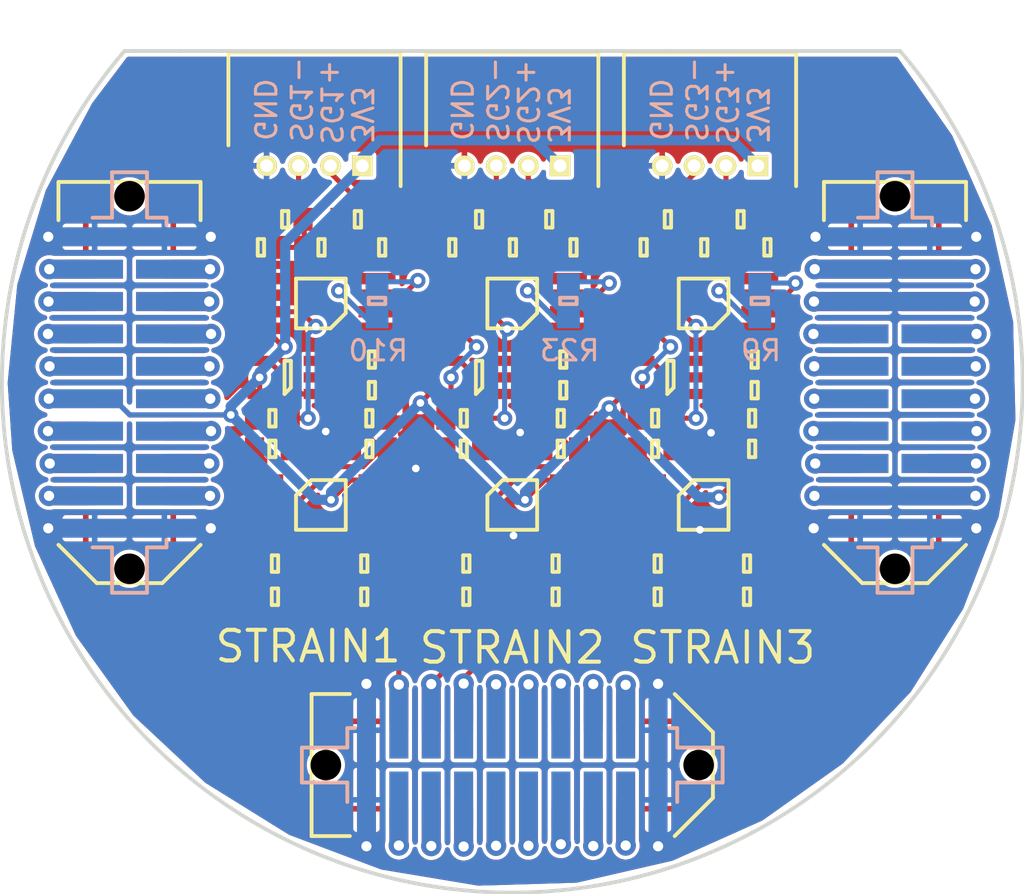
<source format=kicad_pcb>
(kicad_pcb (version 4) (host pcbnew 4.0.2-4+6225~38~ubuntu14.04.1-stable)
  (layers (0 F.Cu signal) (31 B.Cu signal) (34 B.Paste user hide) (35 F.Paste user hide) (36 B.SilkS user) (37 F.SilkS user) (38 B.Mask user hide) (39 F.Mask user hide) (44 Edge.Cuts user))
  (net 0 "")
  (net 1 GND)
  (net 2 "Net-(C1-Pad2)")
  (net 3 "Net-(C2-Pad2)")
  (net 4 "Net-(C4-Pad2)")
  (net 5 "Net-(C5-Pad2)")
  (net 6 "Net-(C7-Pad1)")
  (net 7 "Net-(C8-Pad1)")
  (net 8 "Net-(C9-Pad1)")
  (net 9 "Net-(C9-Pad2)")
  (net 10 "Net-(C10-Pad1)")
  (net 11 "Net-(C10-Pad2)")
  (net 12 "Net-(C11-Pad1)")
  (net 13 "Net-(C12-Pad1)")
  (net 14 "Net-(C13-Pad1)")
  (net 15 /STRAIN3)
  (net 16 "Net-(C14-Pad1)")
  (net 17 /STRAIN1)
  (net 18 "Net-(C15-Pad2)")
  (net 19 "Net-(C16-Pad2)")
  (net 20 "Net-(C18-Pad1)")
  (net 21 "Net-(C19-Pad1)")
  (net 22 "Net-(C19-Pad2)")
  (net 23 "Net-(C20-Pad1)")
  (net 24 "Net-(C21-Pad1)")
  (net 25 /STRAIN2)
  (net 26 "Net-(IC1-Pad2)")
  (net 27 "Net-(IC1-Pad3)")
  (net 28 "Net-(IC1-Pad6)")
  (net 29 "Net-(IC1-Pad7)")
  (net 30 3v3)
  (net 31 "Net-(IC2-Pad3)")
  (net 32 "Net-(IC3-Pad2)")
  (net 33 "Net-(IC3-Pad3)")
  (net 34 "Net-(IC3-Pad6)")
  (net 35 "Net-(IC3-Pad7)")
  (net 36 "Net-(IC4-Pad3)")
  (net 37 "Net-(IC6-Pad2)")
  (net 38 "Net-(IC6-Pad3)")
  (net 39 "Net-(IC6-Pad6)")
  (net 40 "Net-(IC6-Pad7)")
  (net 41 "Net-(IC7-Pad3)")
  (net 42 /3v3_IMU)
  (net 43 /JTMS)
  (net 44 /3v3_RADIO)
  (net 45 /JTCK)
  (net 46 /3v3_FC)
  (net 47 /3v3_PYRO)
  (net 48 /JTDR)
  (net 49 /RSVD1)
  (net 50 /3v3_AUX1)
  (net 51 /5v_CAN)
  (net 52 /3v3_AUX2)
  (net 53 /CAN-)
  (net 54 /RSVD2)
  (net 55 /CAN+)
  (net 56 /PYRO_SO)
  (net 57 /PYRO_SI)
  (net 58 /5v_RADIO)
  (net 59 /PYRO1)
  (net 60 /5v_IMU)
  (net 61 /PYRO2)
  (net 62 /5v_AUX1)
  (net 63 /PYRO3)
  (net 64 /5v_AUX2)
  (net 65 /PYRO4)
  (net 66 /5v_CAM)
  (net 67 /PWR)
  (net 68 /CHARGE)
  (net 69 /JTDI)
  (net 70 /PRESSURE3)
  (net 71 /SPI1_SCK)
  (net 72 /SPI1_MISO)
  (net 73 /SPI1_MOSI)
  (net 74 /STRAIN4)
  (net 75 /PRESSURE4)
  (net 76 /STRAIN5)
  (net 77 /PRESSURE5)
  (net 78 /STRAIN6)
  (net 79 /TEMP_INT)
  (net 80 /PRESSURE1)
  (net 81 /SPI1_CS)
  (net 82 /PRESSURE2)
  (net 83 /STRAIN1-)
  (net 84 /STRAIN1+)
  (net 85 /STRAIN3-)
  (net 86 /STRAIN3+)
  (net 87 /STRAIN2-)
  (net 88 /STRAIN2+)
  (module Connectors_Molex:Connector_Molex_PicoBlade_53048-0410 (layer F.Cu) (at 109.625 91.5 180)
    (fp_text reference J8 hide)
    (fp_text value S3)
    (pad 1 thru_hole rect (at 0 0 180) (size 0.8 0.8) (drill 0.5) (layers *.Cu *.Mask F.SilkS) (net 30 3v3))
    (pad 2 thru_hole oval (at 1.25 0 180) (size 0.8 0.8) (drill 0.5) (layers *.Cu *.Mask F.SilkS) (net 86 /STRAIN3+))
    (pad 3 thru_hole oval (at 2.5 0 180) (size 0.8 0.8) (drill 0.5) (layers *.Cu *.Mask F.SilkS) (net 85 /STRAIN3-))
    (pad 4 thru_hole oval (at 3.75 0 180) (size 0.8 0.8) (drill 0.5) (layers *.Cu *.Mask F.SilkS) (net 1 GND))
  )
  (module Connectors_Molex:Connector_Molex_PicoBlade_53048-0410 (layer F.Cu) (at 101.875 91.5 180)
    (fp_text reference J9 hide)
    (fp_text value S2)
    (pad 1 thru_hole rect (at 0 0 180) (size 0.8 0.8) (drill 0.5) (layers *.Cu *.Mask F.SilkS) (net 30 3v3))
    (pad 2 thru_hole oval (at 1.25 0 180) (size 0.8 0.8) (drill 0.5) (layers *.Cu *.Mask F.SilkS) (net 88 /STRAIN2+))
    (pad 3 thru_hole oval (at 2.5 0 180) (size 0.8 0.8) (drill 0.5) (layers *.Cu *.Mask F.SilkS) (net 87 /STRAIN2-))
    (pad 4 thru_hole oval (at 3.75 0 180) (size 0.8 0.8) (drill 0.5) (layers *.Cu *.Mask F.SilkS) (net 1 GND))
  )
  (module Connectors_Molex:Connector_Molex_PicoBlade_53048-0410 (layer F.Cu) (at 94.125 91.5 180)
    (fp_text reference J7 hide)
    (fp_text value S1)
    (pad 1 thru_hole rect (at 0 0 180) (size 0.8 0.8) (drill 0.5) (layers *.Cu *.Mask F.SilkS) (net 30 3v3))
    (pad 2 thru_hole oval (at 1.25 0 180) (size 0.8 0.8) (drill 0.5) (layers *.Cu *.Mask F.SilkS) (net 84 /STRAIN1+))
    (pad 3 thru_hole oval (at 2.5 0 180) (size 0.8 0.8) (drill 0.5) (layers *.Cu *.Mask F.SilkS) (net 83 /STRAIN1-))
    (pad 4 thru_hole oval (at 3.75 0 180) (size 0.8 0.8) (drill 0.5) (layers *.Cu *.Mask F.SilkS) (net 1 GND))
  )
  (module agg:MSOP-8 (layer F.Cu) (at 107.5 96.9 180)
    (fp_text reference IC1)
    (fp_text value AD8226)
    (pad 1 smd rect (at -2.2 -0.975 180) (size 1.45 0.45) (layers F.Cu F.Paste F.Mask) (net 2 "Net-(C1-Pad2)"))
    (pad 2 smd rect (at -2.2 -0.325 180) (size 1.45 0.45) (layers F.Cu F.Paste F.Mask) (net 26 "Net-(IC1-Pad2)"))
    (pad 3 smd rect (at -2.2 0.325 180) (size 1.45 0.45) (layers F.Cu F.Paste F.Mask) (net 27 "Net-(IC1-Pad3)"))
    (pad 4 smd rect (at -2.2 0.975 180) (size 1.45 0.45) (layers F.Cu F.Paste F.Mask) (net 3 "Net-(C2-Pad2)"))
    (pad 5 smd rect (at 2.2 0.975 180) (size 1.45 0.45) (layers F.Cu F.Paste F.Mask) (net 1 GND))
    (pad 6 smd rect (at 2.2 0.325 180) (size 1.45 0.45) (layers F.Cu F.Paste F.Mask) (net 28 "Net-(IC1-Pad6)"))
    (pad 7 smd rect (at 2.2 -0.325 180) (size 1.45 0.45) (layers F.Cu F.Paste F.Mask) (net 29 "Net-(IC1-Pad7)"))
    (pad 8 smd rect (at 2.2 -0.975 180) (size 1.45 0.45) (layers F.Cu F.Paste F.Mask) (net 30 3v3))
  )
  (module agg:SC-70-5 (layer F.Cu) (at 106.2 99.8 180)
    (fp_text reference IC2)
    (fp_text value AD8541)
    (pad 1 smd rect (at -1.1 -0.65 180) (size 0.95 0.4) (layers F.Cu F.Paste F.Mask) (net 28 "Net-(IC1-Pad6)"))
    (pad 2 smd rect (at -1.1 0 180) (size 0.95 0.4) (layers F.Cu F.Paste F.Mask) (net 1 GND))
    (pad 3 smd rect (at -1.1 0.65 180) (size 0.95 0.4) (layers F.Cu F.Paste F.Mask) (net 31 "Net-(IC2-Pad3)"))
    (pad 4 smd rect (at 1.1 0.65 180) (size 0.95 0.4) (layers F.Cu F.Paste F.Mask) (net 28 "Net-(IC1-Pad6)"))
    (pad 5 smd rect (at 1.1 -0.65 180) (size 0.95 0.4) (layers F.Cu F.Paste F.Mask) (net 30 3v3))
  )
  (module agg:MSOP-8 (layer F.Cu) (at 92.5 96.9 180)
    (fp_text reference IC3)
    (fp_text value AD8226)
    (pad 1 smd rect (at -2.2 -0.975 180) (size 1.45 0.45) (layers F.Cu F.Paste F.Mask) (net 4 "Net-(C4-Pad2)"))
    (pad 2 smd rect (at -2.2 -0.325 180) (size 1.45 0.45) (layers F.Cu F.Paste F.Mask) (net 32 "Net-(IC3-Pad2)"))
    (pad 3 smd rect (at -2.2 0.325 180) (size 1.45 0.45) (layers F.Cu F.Paste F.Mask) (net 33 "Net-(IC3-Pad3)"))
    (pad 4 smd rect (at -2.2 0.975 180) (size 1.45 0.45) (layers F.Cu F.Paste F.Mask) (net 5 "Net-(C5-Pad2)"))
    (pad 5 smd rect (at 2.2 0.975 180) (size 1.45 0.45) (layers F.Cu F.Paste F.Mask) (net 1 GND))
    (pad 6 smd rect (at 2.2 0.325 180) (size 1.45 0.45) (layers F.Cu F.Paste F.Mask) (net 34 "Net-(IC3-Pad6)"))
    (pad 7 smd rect (at 2.2 -0.325 180) (size 1.45 0.45) (layers F.Cu F.Paste F.Mask) (net 35 "Net-(IC3-Pad7)"))
    (pad 8 smd rect (at 2.2 -0.975 180) (size 1.45 0.45) (layers F.Cu F.Paste F.Mask) (net 30 3v3))
  )
  (module agg:SC-70-5 (layer F.Cu) (at 91.2 99.8 180)
    (fp_text reference IC4)
    (fp_text value AD8541)
    (pad 1 smd rect (at -1.1 -0.65 180) (size 0.95 0.4) (layers F.Cu F.Paste F.Mask) (net 34 "Net-(IC3-Pad6)"))
    (pad 2 smd rect (at -1.1 0 180) (size 0.95 0.4) (layers F.Cu F.Paste F.Mask) (net 1 GND))
    (pad 3 smd rect (at -1.1 0.65 180) (size 0.95 0.4) (layers F.Cu F.Paste F.Mask) (net 36 "Net-(IC4-Pad3)"))
    (pad 4 smd rect (at 1.1 0.65 180) (size 0.95 0.4) (layers F.Cu F.Paste F.Mask) (net 34 "Net-(IC3-Pad6)"))
    (pad 5 smd rect (at 1.1 -0.65 180) (size 0.95 0.4) (layers F.Cu F.Paste F.Mask) (net 30 3v3))
  )
  (module agg:MSOP-8 (layer F.Cu) (at 92.5 104.8)
    (fp_text reference IC5)
    (fp_text value AD8656)
    (pad 1 smd rect (at -2.2 -0.975) (size 1.45 0.45) (layers F.Cu F.Paste F.Mask) (net 11 "Net-(C10-Pad2)"))
    (pad 2 smd rect (at -2.2 -0.325) (size 1.45 0.45) (layers F.Cu F.Paste F.Mask) (net 11 "Net-(C10-Pad2)"))
    (pad 3 smd rect (at -2.2 0.325) (size 1.45 0.45) (layers F.Cu F.Paste F.Mask) (net 7 "Net-(C8-Pad1)"))
    (pad 4 smd rect (at -2.2 0.975) (size 1.45 0.45) (layers F.Cu F.Paste F.Mask) (net 1 GND))
    (pad 5 smd rect (at 2.2 0.975) (size 1.45 0.45) (layers F.Cu F.Paste F.Mask) (net 13 "Net-(C12-Pad1)"))
    (pad 6 smd rect (at 2.2 0.325) (size 1.45 0.45) (layers F.Cu F.Paste F.Mask) (net 17 /STRAIN1))
    (pad 7 smd rect (at 2.2 -0.325) (size 1.45 0.45) (layers F.Cu F.Paste F.Mask) (net 17 /STRAIN1))
    (pad 8 smd rect (at 2.2 -0.975) (size 1.45 0.45) (layers F.Cu F.Paste F.Mask) (net 30 3v3))
  )
  (module agg:MSOP-8 (layer F.Cu) (at 100 96.9 180)
    (fp_text reference IC6)
    (fp_text value AD8226)
    (pad 1 smd rect (at -2.2 -0.975 180) (size 1.45 0.45) (layers F.Cu F.Paste F.Mask) (net 18 "Net-(C15-Pad2)"))
    (pad 2 smd rect (at -2.2 -0.325 180) (size 1.45 0.45) (layers F.Cu F.Paste F.Mask) (net 37 "Net-(IC6-Pad2)"))
    (pad 3 smd rect (at -2.2 0.325 180) (size 1.45 0.45) (layers F.Cu F.Paste F.Mask) (net 38 "Net-(IC6-Pad3)"))
    (pad 4 smd rect (at -2.2 0.975 180) (size 1.45 0.45) (layers F.Cu F.Paste F.Mask) (net 19 "Net-(C16-Pad2)"))
    (pad 5 smd rect (at 2.2 0.975 180) (size 1.45 0.45) (layers F.Cu F.Paste F.Mask) (net 1 GND))
    (pad 6 smd rect (at 2.2 0.325 180) (size 1.45 0.45) (layers F.Cu F.Paste F.Mask) (net 39 "Net-(IC6-Pad6)"))
    (pad 7 smd rect (at 2.2 -0.325 180) (size 1.45 0.45) (layers F.Cu F.Paste F.Mask) (net 40 "Net-(IC6-Pad7)"))
    (pad 8 smd rect (at 2.2 -0.975 180) (size 1.45 0.45) (layers F.Cu F.Paste F.Mask) (net 30 3v3))
  )
  (module agg:SC-70-5 (layer F.Cu) (at 98.7 99.8 180)
    (fp_text reference IC7)
    (fp_text value AD8541)
    (pad 1 smd rect (at -1.1 -0.65 180) (size 0.95 0.4) (layers F.Cu F.Paste F.Mask) (net 39 "Net-(IC6-Pad6)"))
    (pad 2 smd rect (at -1.1 0 180) (size 0.95 0.4) (layers F.Cu F.Paste F.Mask) (net 1 GND))
    (pad 3 smd rect (at -1.1 0.65 180) (size 0.95 0.4) (layers F.Cu F.Paste F.Mask) (net 41 "Net-(IC7-Pad3)"))
    (pad 4 smd rect (at 1.1 0.65 180) (size 0.95 0.4) (layers F.Cu F.Paste F.Mask) (net 39 "Net-(IC6-Pad6)"))
    (pad 5 smd rect (at 1.1 -0.65 180) (size 0.95 0.4) (layers F.Cu F.Paste F.Mask) (net 30 3v3))
  )
  (module agg:MSOP-8 (layer F.Cu) (at 100 104.8)
    (fp_text reference IC8)
    (fp_text value AD8656)
    (pad 1 smd rect (at -2.2 -0.975) (size 1.45 0.45) (layers F.Cu F.Paste F.Mask) (net 22 "Net-(C19-Pad2)"))
    (pad 2 smd rect (at -2.2 -0.325) (size 1.45 0.45) (layers F.Cu F.Paste F.Mask) (net 22 "Net-(C19-Pad2)"))
    (pad 3 smd rect (at -2.2 0.325) (size 1.45 0.45) (layers F.Cu F.Paste F.Mask) (net 20 "Net-(C18-Pad1)"))
    (pad 4 smd rect (at -2.2 0.975) (size 1.45 0.45) (layers F.Cu F.Paste F.Mask) (net 1 GND))
    (pad 5 smd rect (at 2.2 0.975) (size 1.45 0.45) (layers F.Cu F.Paste F.Mask) (net 23 "Net-(C20-Pad1)"))
    (pad 6 smd rect (at 2.2 0.325) (size 1.45 0.45) (layers F.Cu F.Paste F.Mask) (net 25 /STRAIN2))
    (pad 7 smd rect (at 2.2 -0.325) (size 1.45 0.45) (layers F.Cu F.Paste F.Mask) (net 25 /STRAIN2))
    (pad 8 smd rect (at 2.2 -0.975) (size 1.45 0.45) (layers F.Cu F.Paste F.Mask) (net 30 3v3))
  )
  (module agg:MSOP-8 (layer F.Cu) (at 107.5 104.8)
    (fp_text reference IC9)
    (fp_text value AD8656)
    (pad 1 smd rect (at -2.2 -0.975) (size 1.45 0.45) (layers F.Cu F.Paste F.Mask) (net 9 "Net-(C9-Pad2)"))
    (pad 2 smd rect (at -2.2 -0.325) (size 1.45 0.45) (layers F.Cu F.Paste F.Mask) (net 9 "Net-(C9-Pad2)"))
    (pad 3 smd rect (at -2.2 0.325) (size 1.45 0.45) (layers F.Cu F.Paste F.Mask) (net 6 "Net-(C7-Pad1)"))
    (pad 4 smd rect (at -2.2 0.975) (size 1.45 0.45) (layers F.Cu F.Paste F.Mask) (net 1 GND))
    (pad 5 smd rect (at 2.2 0.975) (size 1.45 0.45) (layers F.Cu F.Paste F.Mask) (net 12 "Net-(C11-Pad1)"))
    (pad 6 smd rect (at 2.2 0.325) (size 1.45 0.45) (layers F.Cu F.Paste F.Mask) (net 15 /STRAIN3))
    (pad 7 smd rect (at 2.2 -0.325) (size 1.45 0.45) (layers F.Cu F.Paste F.Mask) (net 15 /STRAIN3))
    (pad 8 smd rect (at 2.2 -0.975) (size 1.45 0.45) (layers F.Cu F.Paste F.Mask) (net 30 3v3))
  )
  (module agg:TFML-110-02-L-D (layer F.Cu) (at 85 100 270)
    (fp_text reference J1)
    (fp_text value "WEST TOP")
    (pad 1 smd rect (at -5.715 1.715 270) (size 0.74 2.92) (layers F.Cu F.Paste F.Mask) (net 1 GND))
    (pad 2 smd rect (at -5.715 -1.715 270) (size 0.74 2.92) (layers F.Cu F.Paste F.Mask) (net 1 GND))
    (pad 3 smd rect (at -4.445 1.715 270) (size 0.74 2.92) (layers F.Cu F.Paste F.Mask) (net 42 /3v3_IMU))
    (pad 4 smd rect (at -4.445 -1.715 270) (size 0.74 2.92) (layers F.Cu F.Paste F.Mask) (net 43 /JTMS))
    (pad 5 smd rect (at -3.175 1.715 270) (size 0.74 2.92) (layers F.Cu F.Paste F.Mask) (net 44 /3v3_RADIO))
    (pad 6 smd rect (at -3.175 -1.715 270) (size 0.74 2.92) (layers F.Cu F.Paste F.Mask) (net 45 /JTCK))
    (pad 7 smd rect (at -1.905 1.715 270) (size 0.74 2.92) (layers F.Cu F.Paste F.Mask) (net 46 /3v3_FC))
    (pad 8 smd rect (at -1.905 -1.715 270) (size 0.74 2.92) (layers F.Cu F.Paste F.Mask) (net 69 /JTDI))
    (pad 9 smd rect (at -0.635 1.715 270) (size 0.74 2.92) (layers F.Cu F.Paste F.Mask) (net 47 /3v3_PYRO))
    (pad 10 smd rect (at -0.635 -1.715 270) (size 0.74 2.92) (layers F.Cu F.Paste F.Mask) (net 48 /JTDR))
    (pad 11 smd rect (at 0.635 1.715 270) (size 0.74 2.92) (layers F.Cu F.Paste F.Mask) (net 30 3v3))
    (pad 12 smd rect (at 0.635 -1.715 270) (size 0.74 2.92) (layers F.Cu F.Paste F.Mask) (net 49 /RSVD1))
    (pad 13 smd rect (at 1.905 1.715 270) (size 0.74 2.92) (layers F.Cu F.Paste F.Mask) (net 50 /3v3_AUX1))
    (pad 14 smd rect (at 1.905 -1.715 270) (size 0.74 2.92) (layers F.Cu F.Paste F.Mask) (net 51 /5v_CAN))
    (pad 15 smd rect (at 3.175 1.715 270) (size 0.74 2.92) (layers F.Cu F.Paste F.Mask) (net 52 /3v3_AUX2))
    (pad 16 smd rect (at 3.175 -1.715 270) (size 0.74 2.92) (layers F.Cu F.Paste F.Mask) (net 53 /CAN-))
    (pad 17 smd rect (at 4.445 1.715 270) (size 0.74 2.92) (layers F.Cu F.Paste F.Mask) (net 54 /RSVD2))
    (pad 18 smd rect (at 4.445 -1.715 270) (size 0.74 2.92) (layers F.Cu F.Paste F.Mask) (net 55 /CAN+))
    (pad 19 smd rect (at 5.715 1.715 270) (size 0.74 2.92) (layers F.Cu F.Paste F.Mask) (net 1 GND))
    (pad 20 smd rect (at 5.715 -1.715 270) (size 0.74 2.92) (layers F.Cu F.Paste F.Mask) (net 1 GND))
  )
  (module agg:TFML-110-02-L-D (layer F.Cu) (at 115 100 270)
    (fp_text reference J2)
    (fp_text value "EAST TOP")
    (pad 1 smd rect (at -5.715 1.715 270) (size 0.74 2.92) (layers F.Cu F.Paste F.Mask) (net 1 GND))
    (pad 2 smd rect (at -5.715 -1.715 270) (size 0.74 2.92) (layers F.Cu F.Paste F.Mask) (net 1 GND))
    (pad 3 smd rect (at -4.445 1.715 270) (size 0.74 2.92) (layers F.Cu F.Paste F.Mask) (net 56 /PYRO_SO))
    (pad 4 smd rect (at -4.445 -1.715 270) (size 0.74 2.92) (layers F.Cu F.Paste F.Mask) (net 56 /PYRO_SO))
    (pad 5 smd rect (at -3.175 1.715 270) (size 0.74 2.92) (layers F.Cu F.Paste F.Mask) (net 57 /PYRO_SI))
    (pad 6 smd rect (at -3.175 -1.715 270) (size 0.74 2.92) (layers F.Cu F.Paste F.Mask) (net 57 /PYRO_SI))
    (pad 7 smd rect (at -1.905 1.715 270) (size 0.74 2.92) (layers F.Cu F.Paste F.Mask) (net 58 /5v_RADIO))
    (pad 8 smd rect (at -1.905 -1.715 270) (size 0.74 2.92) (layers F.Cu F.Paste F.Mask) (net 59 /PYRO1))
    (pad 9 smd rect (at -0.635 1.715 270) (size 0.74 2.92) (layers F.Cu F.Paste F.Mask) (net 60 /5v_IMU))
    (pad 10 smd rect (at -0.635 -1.715 270) (size 0.74 2.92) (layers F.Cu F.Paste F.Mask) (net 61 /PYRO2))
    (pad 11 smd rect (at 0.635 1.715 270) (size 0.74 2.92) (layers F.Cu F.Paste F.Mask) (net 62 /5v_AUX1))
    (pad 12 smd rect (at 0.635 -1.715 270) (size 0.74 2.92) (layers F.Cu F.Paste F.Mask) (net 63 /PYRO3))
    (pad 13 smd rect (at 1.905 1.715 270) (size 0.74 2.92) (layers F.Cu F.Paste F.Mask) (net 64 /5v_AUX2))
    (pad 14 smd rect (at 1.905 -1.715 270) (size 0.74 2.92) (layers F.Cu F.Paste F.Mask) (net 65 /PYRO4))
    (pad 15 smd rect (at 3.175 1.715 270) (size 0.74 2.92) (layers F.Cu F.Paste F.Mask) (net 66 /5v_CAM))
    (pad 16 smd rect (at 3.175 -1.715 270) (size 0.74 2.92) (layers F.Cu F.Paste F.Mask) (net 67 /PWR))
    (pad 17 smd rect (at 4.445 1.715 270) (size 0.74 2.92) (layers F.Cu F.Paste F.Mask) (net 68 /CHARGE))
    (pad 18 smd rect (at 4.445 -1.715 270) (size 0.74 2.92) (layers F.Cu F.Paste F.Mask) (net 68 /CHARGE))
    (pad 19 smd rect (at 5.715 1.715 270) (size 0.74 2.92) (layers F.Cu F.Paste F.Mask) (net 1 GND))
    (pad 20 smd rect (at 5.715 -1.715 270) (size 0.74 2.92) (layers F.Cu F.Paste F.Mask) (net 1 GND))
  )
  (module agg:SFML-110-02-L-D-LC (layer B.Cu) (at 85 100 270)
    (fp_text reference J3)
    (fp_text value "WEST BOT")
    (pad 1 smd rect (at -5.715 1.365 270) (size 0.74 2.22) (layers B.Cu B.Paste B.Mask) (net 1 GND))
    (pad 2 smd rect (at -5.715 -1.365 270) (size 0.74 2.22) (layers B.Cu B.Paste B.Mask) (net 1 GND))
    (pad 3 smd rect (at -4.445 1.365 270) (size 0.74 2.22) (layers B.Cu B.Paste B.Mask) (net 42 /3v3_IMU))
    (pad 4 smd rect (at -4.445 -1.365 270) (size 0.74 2.22) (layers B.Cu B.Paste B.Mask) (net 43 /JTMS))
    (pad 5 smd rect (at -3.175 1.365 270) (size 0.74 2.22) (layers B.Cu B.Paste B.Mask) (net 44 /3v3_RADIO))
    (pad 6 smd rect (at -3.175 -1.365 270) (size 0.74 2.22) (layers B.Cu B.Paste B.Mask) (net 45 /JTCK))
    (pad 7 smd rect (at -1.905 1.365 270) (size 0.74 2.22) (layers B.Cu B.Paste B.Mask) (net 46 /3v3_FC))
    (pad 8 smd rect (at -1.905 -1.365 270) (size 0.74 2.22) (layers B.Cu B.Paste B.Mask) (net 69 /JTDI))
    (pad 9 smd rect (at -0.635 1.365 270) (size 0.74 2.22) (layers B.Cu B.Paste B.Mask) (net 47 /3v3_PYRO))
    (pad 10 smd rect (at -0.635 -1.365 270) (size 0.74 2.22) (layers B.Cu B.Paste B.Mask) (net 48 /JTDR))
    (pad 11 smd rect (at 0.635 1.365 270) (size 0.74 2.22) (layers B.Cu B.Paste B.Mask) (net 30 3v3))
    (pad 12 smd rect (at 0.635 -1.365 270) (size 0.74 2.22) (layers B.Cu B.Paste B.Mask) (net 49 /RSVD1))
    (pad 13 smd rect (at 1.905 1.365 270) (size 0.74 2.22) (layers B.Cu B.Paste B.Mask) (net 50 /3v3_AUX1))
    (pad 14 smd rect (at 1.905 -1.365 270) (size 0.74 2.22) (layers B.Cu B.Paste B.Mask) (net 51 /5v_CAN))
    (pad 15 smd rect (at 3.175 1.365 270) (size 0.74 2.22) (layers B.Cu B.Paste B.Mask) (net 52 /3v3_AUX2))
    (pad 16 smd rect (at 3.175 -1.365 270) (size 0.74 2.22) (layers B.Cu B.Paste B.Mask) (net 53 /CAN-))
    (pad 17 smd rect (at 4.445 1.365 270) (size 0.74 2.22) (layers B.Cu B.Paste B.Mask) (net 54 /RSVD2))
    (pad 18 smd rect (at 4.445 -1.365 270) (size 0.74 2.22) (layers B.Cu B.Paste B.Mask) (net 55 /CAN+))
    (pad 19 smd rect (at 5.715 1.365 270) (size 0.74 2.22) (layers B.Cu B.Paste B.Mask) (net 1 GND))
    (pad 20 smd rect (at 5.715 -1.365 270) (size 0.74 2.22) (layers B.Cu B.Paste B.Mask) (net 1 GND))
    (pad "" np_thru_hole circle (at 7.305 0 270) (size 1.2 1.2) (drill 1.2) (layers *.Mask))
    (pad "" np_thru_hole circle (at -7.305 0 270) (size 1.2 1.2) (drill 1.2) (layers *.Mask))
  )
  (module agg:SFML-110-02-L-D-LC (layer B.Cu) (at 115 100 270)
    (fp_text reference J4)
    (fp_text value "EAST BOT")
    (pad 1 smd rect (at -5.715 1.365 270) (size 0.74 2.22) (layers B.Cu B.Paste B.Mask) (net 1 GND))
    (pad 2 smd rect (at -5.715 -1.365 270) (size 0.74 2.22) (layers B.Cu B.Paste B.Mask) (net 1 GND))
    (pad 3 smd rect (at -4.445 1.365 270) (size 0.74 2.22) (layers B.Cu B.Paste B.Mask) (net 56 /PYRO_SO))
    (pad 4 smd rect (at -4.445 -1.365 270) (size 0.74 2.22) (layers B.Cu B.Paste B.Mask) (net 56 /PYRO_SO))
    (pad 5 smd rect (at -3.175 1.365 270) (size 0.74 2.22) (layers B.Cu B.Paste B.Mask) (net 57 /PYRO_SI))
    (pad 6 smd rect (at -3.175 -1.365 270) (size 0.74 2.22) (layers B.Cu B.Paste B.Mask) (net 57 /PYRO_SI))
    (pad 7 smd rect (at -1.905 1.365 270) (size 0.74 2.22) (layers B.Cu B.Paste B.Mask) (net 58 /5v_RADIO))
    (pad 8 smd rect (at -1.905 -1.365 270) (size 0.74 2.22) (layers B.Cu B.Paste B.Mask) (net 59 /PYRO1))
    (pad 9 smd rect (at -0.635 1.365 270) (size 0.74 2.22) (layers B.Cu B.Paste B.Mask) (net 60 /5v_IMU))
    (pad 10 smd rect (at -0.635 -1.365 270) (size 0.74 2.22) (layers B.Cu B.Paste B.Mask) (net 61 /PYRO2))
    (pad 11 smd rect (at 0.635 1.365 270) (size 0.74 2.22) (layers B.Cu B.Paste B.Mask) (net 62 /5v_AUX1))
    (pad 12 smd rect (at 0.635 -1.365 270) (size 0.74 2.22) (layers B.Cu B.Paste B.Mask) (net 63 /PYRO3))
    (pad 13 smd rect (at 1.905 1.365 270) (size 0.74 2.22) (layers B.Cu B.Paste B.Mask) (net 64 /5v_AUX2))
    (pad 14 smd rect (at 1.905 -1.365 270) (size 0.74 2.22) (layers B.Cu B.Paste B.Mask) (net 65 /PYRO4))
    (pad 15 smd rect (at 3.175 1.365 270) (size 0.74 2.22) (layers B.Cu B.Paste B.Mask) (net 66 /5v_CAM))
    (pad 16 smd rect (at 3.175 -1.365 270) (size 0.74 2.22) (layers B.Cu B.Paste B.Mask) (net 67 /PWR))
    (pad 17 smd rect (at 4.445 1.365 270) (size 0.74 2.22) (layers B.Cu B.Paste B.Mask) (net 68 /CHARGE))
    (pad 18 smd rect (at 4.445 -1.365 270) (size 0.74 2.22) (layers B.Cu B.Paste B.Mask) (net 68 /CHARGE))
    (pad 19 smd rect (at 5.715 1.365 270) (size 0.74 2.22) (layers B.Cu B.Paste B.Mask) (net 1 GND))
    (pad 20 smd rect (at 5.715 -1.365 270) (size 0.74 2.22) (layers B.Cu B.Paste B.Mask) (net 1 GND))
    (pad "" np_thru_hole circle (at 7.305 0 270) (size 1.2 1.2) (drill 1.2) (layers *.Mask))
    (pad "" np_thru_hole circle (at -7.305 0 270) (size 1.2 1.2) (drill 1.2) (layers *.Mask))
  )
  (module agg:TFML-110-02-L-D (layer F.Cu) (at 100 115)
    (fp_text reference J5)
    (fp_text value "NORTH TOP")
    (pad 1 smd rect (at -5.715 1.715) (size 0.74 2.92) (layers F.Cu F.Paste F.Mask) (net 1 GND))
    (pad 2 smd rect (at -5.715 -1.715) (size 0.74 2.92) (layers F.Cu F.Paste F.Mask) (net 1 GND))
    (pad 3 smd rect (at -4.445 1.715) (size 0.74 2.92) (layers F.Cu F.Paste F.Mask) (net 70 /PRESSURE3))
    (pad 4 smd rect (at -4.445 -1.715) (size 0.74 2.92) (layers F.Cu F.Paste F.Mask) (net 17 /STRAIN1))
    (pad 5 smd rect (at -3.175 1.715) (size 0.74 2.92) (layers F.Cu F.Paste F.Mask) (net 71 /SPI1_SCK))
    (pad 6 smd rect (at -3.175 -1.715) (size 0.74 2.92) (layers F.Cu F.Paste F.Mask) (net 25 /STRAIN2))
    (pad 7 smd rect (at -1.905 1.715) (size 0.74 2.92) (layers F.Cu F.Paste F.Mask) (net 72 /SPI1_MISO))
    (pad 8 smd rect (at -1.905 -1.715) (size 0.74 2.92) (layers F.Cu F.Paste F.Mask) (net 15 /STRAIN3))
    (pad 9 smd rect (at -0.635 1.715) (size 0.74 2.92) (layers F.Cu F.Paste F.Mask) (net 73 /SPI1_MOSI))
    (pad 10 smd rect (at -0.635 -1.715) (size 0.74 2.92) (layers F.Cu F.Paste F.Mask) (net 74 /STRAIN4))
    (pad 11 smd rect (at 0.635 1.715) (size 0.74 2.92) (layers F.Cu F.Paste F.Mask) (net 75 /PRESSURE4))
    (pad 12 smd rect (at 0.635 -1.715) (size 0.74 2.92) (layers F.Cu F.Paste F.Mask) (net 76 /STRAIN5))
    (pad 13 smd rect (at 1.905 1.715) (size 0.74 2.92) (layers F.Cu F.Paste F.Mask) (net 77 /PRESSURE5))
    (pad 14 smd rect (at 1.905 -1.715) (size 0.74 2.92) (layers F.Cu F.Paste F.Mask) (net 78 /STRAIN6))
    (pad 15 smd rect (at 3.175 1.715) (size 0.74 2.92) (layers F.Cu F.Paste F.Mask) (net 79 /TEMP_INT))
    (pad 16 smd rect (at 3.175 -1.715) (size 0.74 2.92) (layers F.Cu F.Paste F.Mask) (net 80 /PRESSURE1))
    (pad 17 smd rect (at 4.445 1.715) (size 0.74 2.92) (layers F.Cu F.Paste F.Mask) (net 81 /SPI1_CS))
    (pad 18 smd rect (at 4.445 -1.715) (size 0.74 2.92) (layers F.Cu F.Paste F.Mask) (net 82 /PRESSURE2))
    (pad 19 smd rect (at 5.715 1.715) (size 0.74 2.92) (layers F.Cu F.Paste F.Mask) (net 1 GND))
    (pad 20 smd rect (at 5.715 -1.715) (size 0.74 2.92) (layers F.Cu F.Paste F.Mask) (net 1 GND))
  )
  (module agg:SFML-110-02-L-D-LC (layer B.Cu) (at 100 115)
    (fp_text reference J6)
    (fp_text value "NORTH BOT")
    (pad 1 smd rect (at -5.715 1.365) (size 0.74 2.22) (layers B.Cu B.Paste B.Mask) (net 1 GND))
    (pad 2 smd rect (at -5.715 -1.365) (size 0.74 2.22) (layers B.Cu B.Paste B.Mask) (net 1 GND))
    (pad 3 smd rect (at -4.445 1.365) (size 0.74 2.22) (layers B.Cu B.Paste B.Mask) (net 70 /PRESSURE3))
    (pad 4 smd rect (at -4.445 -1.365) (size 0.74 2.22) (layers B.Cu B.Paste B.Mask) (net 17 /STRAIN1))
    (pad 5 smd rect (at -3.175 1.365) (size 0.74 2.22) (layers B.Cu B.Paste B.Mask) (net 71 /SPI1_SCK))
    (pad 6 smd rect (at -3.175 -1.365) (size 0.74 2.22) (layers B.Cu B.Paste B.Mask) (net 25 /STRAIN2))
    (pad 7 smd rect (at -1.905 1.365) (size 0.74 2.22) (layers B.Cu B.Paste B.Mask) (net 72 /SPI1_MISO))
    (pad 8 smd rect (at -1.905 -1.365) (size 0.74 2.22) (layers B.Cu B.Paste B.Mask) (net 15 /STRAIN3))
    (pad 9 smd rect (at -0.635 1.365) (size 0.74 2.22) (layers B.Cu B.Paste B.Mask) (net 73 /SPI1_MOSI))
    (pad 10 smd rect (at -0.635 -1.365) (size 0.74 2.22) (layers B.Cu B.Paste B.Mask) (net 74 /STRAIN4))
    (pad 11 smd rect (at 0.635 1.365) (size 0.74 2.22) (layers B.Cu B.Paste B.Mask) (net 75 /PRESSURE4))
    (pad 12 smd rect (at 0.635 -1.365) (size 0.74 2.22) (layers B.Cu B.Paste B.Mask) (net 76 /STRAIN5))
    (pad 13 smd rect (at 1.905 1.365) (size 0.74 2.22) (layers B.Cu B.Paste B.Mask) (net 77 /PRESSURE5))
    (pad 14 smd rect (at 1.905 -1.365) (size 0.74 2.22) (layers B.Cu B.Paste B.Mask) (net 78 /STRAIN6))
    (pad 15 smd rect (at 3.175 1.365) (size 0.74 2.22) (layers B.Cu B.Paste B.Mask) (net 79 /TEMP_INT))
    (pad 16 smd rect (at 3.175 -1.365) (size 0.74 2.22) (layers B.Cu B.Paste B.Mask) (net 80 /PRESSURE1))
    (pad 17 smd rect (at 4.445 1.365) (size 0.74 2.22) (layers B.Cu B.Paste B.Mask) (net 81 /SPI1_CS))
    (pad 18 smd rect (at 4.445 -1.365) (size 0.74 2.22) (layers B.Cu B.Paste B.Mask) (net 82 /PRESSURE2))
    (pad 19 smd rect (at 5.715 1.365) (size 0.74 2.22) (layers B.Cu B.Paste B.Mask) (net 1 GND))
    (pad 20 smd rect (at 5.715 -1.365) (size 0.74 2.22) (layers B.Cu B.Paste B.Mask) (net 1 GND))
    (pad "" np_thru_hole circle (at 7.305 0) (size 1.2 1.2) (drill 1.2) (layers *.Mask))
    (pad "" np_thru_hole circle (at -7.305 0) (size 1.2 1.2) (drill 1.2) (layers *.Mask))
  )
  (module agg:0603-L (layer F.Cu) (at 101.7 108.4)
    (fp_text reference C21)
    (fp_text value 82n)
    (pad 1 smd rect (at -0.7 0) (size 0.75 0.9) (layers F.Cu F.Paste F.Mask) (net 24 "Net-(C21-Pad1)"))
    (pad 2 smd rect (at 0.7 0) (size 0.75 0.9) (layers F.Cu F.Paste F.Mask) (net 25 /STRAIN2))
  )
  (module agg:0603-L (layer F.Cu) (at 98.2 107.1 180)
    (fp_text reference C20)
    (fp_text value 8.2n)
    (pad 1 smd rect (at -0.7 0 180) (size 0.75 0.9) (layers F.Cu F.Paste F.Mask) (net 23 "Net-(C20-Pad1)"))
    (pad 2 smd rect (at 0.7 0 180) (size 0.75 0.9) (layers F.Cu F.Paste F.Mask) (net 1 GND))
  )
  (module agg:0603-L (layer F.Cu) (at 98.1 102.6 180)
    (fp_text reference C19)
    (fp_text value 82n)
    (pad 1 smd rect (at -0.7 0 180) (size 0.75 0.9) (layers F.Cu F.Paste F.Mask) (net 21 "Net-(C19-Pad1)"))
    (pad 2 smd rect (at 0.7 0 180) (size 0.75 0.9) (layers F.Cu F.Paste F.Mask) (net 22 "Net-(C19-Pad2)"))
  )
  (module agg:0603-L (layer F.Cu) (at 101.9 101.4)
    (fp_text reference C18)
    (fp_text value 8.2n)
    (pad 1 smd rect (at -0.7 0) (size 0.75 0.9) (layers F.Cu F.Paste F.Mask) (net 20 "Net-(C18-Pad1)"))
    (pad 2 smd rect (at 0.7 0) (size 0.75 0.9) (layers F.Cu F.Paste F.Mask) (net 1 GND))
  )
  (module agg:0603-L (layer F.Cu) (at 102.4 94.7)
    (fp_text reference C17)
    (fp_text value 1n)
    (pad 1 smd rect (at -0.7 0) (size 0.75 0.9) (layers F.Cu F.Paste F.Mask) (net 19 "Net-(C16-Pad2)"))
    (pad 2 smd rect (at 0.7 0) (size 0.75 0.9) (layers F.Cu F.Paste F.Mask) (net 1 GND))
  )
  (module agg:0603-L (layer F.Cu) (at 100.025 94.7)
    (fp_text reference C16)
    (fp_text value 10n)
    (pad 1 smd rect (at -0.7 0) (size 0.75 0.9) (layers F.Cu F.Paste F.Mask) (net 18 "Net-(C15-Pad2)"))
    (pad 2 smd rect (at 0.7 0) (size 0.75 0.9) (layers F.Cu F.Paste F.Mask) (net 19 "Net-(C16-Pad2)"))
  )
  (module agg:0603-L (layer F.Cu) (at 97.65 94.7)
    (fp_text reference C15)
    (fp_text value 1n)
    (pad 1 smd rect (at -0.7 0) (size 0.75 0.9) (layers F.Cu F.Paste F.Mask) (net 1 GND))
    (pad 2 smd rect (at 0.7 0) (size 0.75 0.9) (layers F.Cu F.Paste F.Mask) (net 18 "Net-(C15-Pad2)"))
  )
  (module agg:0603-L (layer F.Cu) (at 94.2 108.4)
    (fp_text reference C14)
    (fp_text value 82n)
    (pad 1 smd rect (at -0.7 0) (size 0.75 0.9) (layers F.Cu F.Paste F.Mask) (net 16 "Net-(C14-Pad1)"))
    (pad 2 smd rect (at 0.7 0) (size 0.75 0.9) (layers F.Cu F.Paste F.Mask) (net 17 /STRAIN1))
  )
  (module agg:0603-L (layer F.Cu) (at 109.2 108.4)
    (fp_text reference C13)
    (fp_text value 82n)
    (pad 1 smd rect (at -0.7 0) (size 0.75 0.9) (layers F.Cu F.Paste F.Mask) (net 14 "Net-(C13-Pad1)"))
    (pad 2 smd rect (at 0.7 0) (size 0.75 0.9) (layers F.Cu F.Paste F.Mask) (net 15 /STRAIN3))
  )
  (module agg:0603-L (layer F.Cu) (at 90.7 107.1 180)
    (fp_text reference C12)
    (fp_text value 8.2n)
    (pad 1 smd rect (at -0.7 0 180) (size 0.75 0.9) (layers F.Cu F.Paste F.Mask) (net 13 "Net-(C12-Pad1)"))
    (pad 2 smd rect (at 0.7 0 180) (size 0.75 0.9) (layers F.Cu F.Paste F.Mask) (net 1 GND))
  )
  (module agg:0603-L (layer F.Cu) (at 105.7 107.1 180)
    (fp_text reference C11)
    (fp_text value 8.2n)
    (pad 1 smd rect (at -0.7 0 180) (size 0.75 0.9) (layers F.Cu F.Paste F.Mask) (net 12 "Net-(C11-Pad1)"))
    (pad 2 smd rect (at 0.7 0 180) (size 0.75 0.9) (layers F.Cu F.Paste F.Mask) (net 1 GND))
  )
  (module agg:0603-L (layer F.Cu) (at 90.6 102.6 180)
    (fp_text reference C10)
    (fp_text value 82n)
    (pad 1 smd rect (at -0.7 0 180) (size 0.75 0.9) (layers F.Cu F.Paste F.Mask) (net 10 "Net-(C10-Pad1)"))
    (pad 2 smd rect (at 0.7 0 180) (size 0.75 0.9) (layers F.Cu F.Paste F.Mask) (net 11 "Net-(C10-Pad2)"))
  )
  (module agg:0603-L (layer F.Cu) (at 105.6 102.6 180)
    (fp_text reference C9)
    (fp_text value 82n)
    (pad 1 smd rect (at -0.7 0 180) (size 0.75 0.9) (layers F.Cu F.Paste F.Mask) (net 8 "Net-(C9-Pad1)"))
    (pad 2 smd rect (at 0.7 0 180) (size 0.75 0.9) (layers F.Cu F.Paste F.Mask) (net 9 "Net-(C9-Pad2)"))
  )
  (module agg:0603-L (layer F.Cu) (at 94.4 101.4)
    (fp_text reference C8)
    (fp_text value 8.2n)
    (pad 1 smd rect (at -0.7 0) (size 0.75 0.9) (layers F.Cu F.Paste F.Mask) (net 7 "Net-(C8-Pad1)"))
    (pad 2 smd rect (at 0.7 0) (size 0.75 0.9) (layers F.Cu F.Paste F.Mask) (net 1 GND))
  )
  (module agg:0603-L (layer F.Cu) (at 109.4 101.4)
    (fp_text reference C7)
    (fp_text value 8.2n)
    (pad 1 smd rect (at -0.7 0) (size 0.75 0.9) (layers F.Cu F.Paste F.Mask) (net 6 "Net-(C7-Pad1)"))
    (pad 2 smd rect (at 0.7 0) (size 0.75 0.9) (layers F.Cu F.Paste F.Mask) (net 1 GND))
  )
  (module agg:0603-L (layer F.Cu) (at 94.9 94.7)
    (fp_text reference C6)
    (fp_text value 1n)
    (pad 1 smd rect (at -0.7 0) (size 0.75 0.9) (layers F.Cu F.Paste F.Mask) (net 5 "Net-(C5-Pad2)"))
    (pad 2 smd rect (at 0.7 0) (size 0.75 0.9) (layers F.Cu F.Paste F.Mask) (net 1 GND))
  )
  (module agg:0603-L (layer F.Cu) (at 92.525 94.7)
    (fp_text reference C5)
    (fp_text value 10n)
    (pad 1 smd rect (at -0.7 0) (size 0.75 0.9) (layers F.Cu F.Paste F.Mask) (net 4 "Net-(C4-Pad2)"))
    (pad 2 smd rect (at 0.7 0) (size 0.75 0.9) (layers F.Cu F.Paste F.Mask) (net 5 "Net-(C5-Pad2)"))
  )
  (module agg:0603-L (layer F.Cu) (at 90.15 94.7)
    (fp_text reference C4)
    (fp_text value 1n)
    (pad 1 smd rect (at -0.7 0) (size 0.75 0.9) (layers F.Cu F.Paste F.Mask) (net 1 GND))
    (pad 2 smd rect (at 0.7 0) (size 0.75 0.9) (layers F.Cu F.Paste F.Mask) (net 4 "Net-(C4-Pad2)"))
  )
  (module agg:0603-L (layer F.Cu) (at 110 94.7)
    (fp_text reference C3)
    (fp_text value 1n)
    (pad 1 smd rect (at -0.7 0) (size 0.75 0.9) (layers F.Cu F.Paste F.Mask) (net 3 "Net-(C2-Pad2)"))
    (pad 2 smd rect (at 0.7 0) (size 0.75 0.9) (layers F.Cu F.Paste F.Mask) (net 1 GND))
  )
  (module agg:0603-L (layer F.Cu) (at 107.525 94.7)
    (fp_text reference C2)
    (fp_text value 10n)
    (pad 1 smd rect (at -0.7 0) (size 0.75 0.9) (layers F.Cu F.Paste F.Mask) (net 2 "Net-(C1-Pad2)"))
    (pad 2 smd rect (at 0.7 0) (size 0.75 0.9) (layers F.Cu F.Paste F.Mask) (net 3 "Net-(C2-Pad2)"))
  )
  (module agg:0603-L (layer F.Cu) (at 105.15 94.7)
    (fp_text reference C1)
    (fp_text value 1n)
    (pad 1 smd rect (at -0.7 0) (size 0.75 0.9) (layers F.Cu F.Paste F.Mask) (net 1 GND))
    (pad 2 smd rect (at 0.7 0) (size 0.75 0.9) (layers F.Cu F.Paste F.Mask) (net 2 "Net-(C1-Pad2)"))
  )
  (module agg:0603-L (layer F.Cu) (at 101.7 107.1 180)
    (fp_text reference R27)
    (fp_text value 17.8K)
    (pad 1 smd rect (at -0.7 0 180) (size 0.75 0.9) (layers F.Cu F.Paste F.Mask) (net 24 "Net-(C21-Pad1)"))
    (pad 2 smd rect (at 0.7 0 180) (size 0.75 0.9) (layers F.Cu F.Paste F.Mask) (net 23 "Net-(C20-Pad1)"))
  )
  (module agg:0603-L (layer F.Cu) (at 98.2 108.4)
    (fp_text reference R26)
    (fp_text value 526R)
    (pad 1 smd rect (at -0.7 0) (size 0.75 0.9) (layers F.Cu F.Paste F.Mask) (net 22 "Net-(C19-Pad2)"))
    (pad 2 smd rect (at 0.7 0) (size 0.75 0.9) (layers F.Cu F.Paste F.Mask) (net 24 "Net-(C21-Pad1)"))
  )
  (module agg:0603-L (layer F.Cu) (at 101.9 102.6)
    (fp_text reference R25)
    (fp_text value 6.04K)
    (pad 1 smd rect (at -0.7 0) (size 0.75 0.9) (layers F.Cu F.Paste F.Mask) (net 21 "Net-(C19-Pad1)"))
    (pad 2 smd rect (at 0.7 0) (size 0.75 0.9) (layers F.Cu F.Paste F.Mask) (net 20 "Net-(C18-Pad1)"))
  )
  (module agg:0603-L (layer F.Cu) (at 98.1 101.4 180)
    (fp_text reference R24)
    (fp_text value 1.69K)
    (pad 1 smd rect (at -0.7 0 180) (size 0.75 0.9) (layers F.Cu F.Paste F.Mask) (net 40 "Net-(IC6-Pad7)"))
    (pad 2 smd rect (at 0.7 0 180) (size 0.75 0.9) (layers F.Cu F.Paste F.Mask) (net 21 "Net-(C19-Pad1)"))
  )
  (module agg:0603-L (layer B.Cu) (at 102.2 96.8 270)
    (fp_text reference R23)
    (fp_text value 330)
    (pad 1 smd rect (at -0.7 0 270) (size 0.75 0.9) (layers B.Cu B.Paste B.Mask) (net 38 "Net-(IC6-Pad3)"))
    (pad 2 smd rect (at 0.7 0 270) (size 0.75 0.9) (layers B.Cu B.Paste B.Mask) (net 37 "Net-(IC6-Pad2)"))
  )
  (module agg:0603-L (layer F.Cu) (at 102 100.3 180)
    (fp_text reference R22)
    (fp_text value 10K)
    (pad 1 smd rect (at -0.7 0 180) (size 0.75 0.9) (layers F.Cu F.Paste F.Mask) (net 1 GND))
    (pad 2 smd rect (at 0.7 0 180) (size 0.75 0.9) (layers F.Cu F.Paste F.Mask) (net 41 "Net-(IC7-Pad3)"))
  )
  (module agg:0603-L (layer F.Cu) (at 102 99.1)
    (fp_text reference R21)
    (fp_text value 10K)
    (pad 1 smd rect (at -0.7 0) (size 0.75 0.9) (layers F.Cu F.Paste F.Mask) (net 41 "Net-(IC7-Pad3)"))
    (pad 2 smd rect (at 0.7 0) (size 0.75 0.9) (layers F.Cu F.Paste F.Mask) (net 30 3v3))
  )
  (module agg:0603-L (layer F.Cu) (at 101.45 93.6 180)
    (fp_text reference R20)
    (fp_text value 3.74K)
    (pad 1 smd rect (at -0.7 0 180) (size 0.75 0.9) (layers F.Cu F.Paste F.Mask) (net 88 /STRAIN2+))
    (pad 2 smd rect (at 0.7 0 180) (size 0.75 0.9) (layers F.Cu F.Paste F.Mask) (net 19 "Net-(C16-Pad2)"))
  )
  (module agg:0603-L (layer F.Cu) (at 98.7 93.6)
    (fp_text reference R19)
    (fp_text value 3.74K)
    (pad 1 smd rect (at -0.7 0) (size 0.75 0.9) (layers F.Cu F.Paste F.Mask) (net 87 /STRAIN2-))
    (pad 2 smd rect (at 0.7 0) (size 0.75 0.9) (layers F.Cu F.Paste F.Mask) (net 18 "Net-(C15-Pad2)"))
  )
  (module agg:0603-L (layer F.Cu) (at 94.2 107.1 180)
    (fp_text reference R18)
    (fp_text value 17.8K)
    (pad 1 smd rect (at -0.7 0 180) (size 0.75 0.9) (layers F.Cu F.Paste F.Mask) (net 16 "Net-(C14-Pad1)"))
    (pad 2 smd rect (at 0.7 0 180) (size 0.75 0.9) (layers F.Cu F.Paste F.Mask) (net 13 "Net-(C12-Pad1)"))
  )
  (module agg:0603-L (layer F.Cu) (at 109.2 107.1 180)
    (fp_text reference R17)
    (fp_text value 17.8K)
    (pad 1 smd rect (at -0.7 0 180) (size 0.75 0.9) (layers F.Cu F.Paste F.Mask) (net 14 "Net-(C13-Pad1)"))
    (pad 2 smd rect (at 0.7 0 180) (size 0.75 0.9) (layers F.Cu F.Paste F.Mask) (net 12 "Net-(C11-Pad1)"))
  )
  (module agg:0603-L (layer F.Cu) (at 90.7 108.4)
    (fp_text reference R16)
    (fp_text value 526R)
    (pad 1 smd rect (at -0.7 0) (size 0.75 0.9) (layers F.Cu F.Paste F.Mask) (net 11 "Net-(C10-Pad2)"))
    (pad 2 smd rect (at 0.7 0) (size 0.75 0.9) (layers F.Cu F.Paste F.Mask) (net 16 "Net-(C14-Pad1)"))
  )
  (module agg:0603-L (layer F.Cu) (at 105.7 108.4)
    (fp_text reference R15)
    (fp_text value 526R)
    (pad 1 smd rect (at -0.7 0) (size 0.75 0.9) (layers F.Cu F.Paste F.Mask) (net 9 "Net-(C9-Pad2)"))
    (pad 2 smd rect (at 0.7 0) (size 0.75 0.9) (layers F.Cu F.Paste F.Mask) (net 14 "Net-(C13-Pad1)"))
  )
  (module agg:0603-L (layer F.Cu) (at 94.4 102.6)
    (fp_text reference R14)
    (fp_text value 6.04K)
    (pad 1 smd rect (at -0.7 0) (size 0.75 0.9) (layers F.Cu F.Paste F.Mask) (net 10 "Net-(C10-Pad1)"))
    (pad 2 smd rect (at 0.7 0) (size 0.75 0.9) (layers F.Cu F.Paste F.Mask) (net 7 "Net-(C8-Pad1)"))
  )
  (module agg:0603-L (layer F.Cu) (at 109.4 102.6)
    (fp_text reference R13)
    (fp_text value 6.04K)
    (pad 1 smd rect (at -0.7 0) (size 0.75 0.9) (layers F.Cu F.Paste F.Mask) (net 8 "Net-(C9-Pad1)"))
    (pad 2 smd rect (at 0.7 0) (size 0.75 0.9) (layers F.Cu F.Paste F.Mask) (net 6 "Net-(C7-Pad1)"))
  )
  (module agg:0603-L (layer F.Cu) (at 90.6 101.4 180)
    (fp_text reference R12)
    (fp_text value 1.69K)
    (pad 1 smd rect (at -0.7 0 180) (size 0.75 0.9) (layers F.Cu F.Paste F.Mask) (net 35 "Net-(IC3-Pad7)"))
    (pad 2 smd rect (at 0.7 0 180) (size 0.75 0.9) (layers F.Cu F.Paste F.Mask) (net 10 "Net-(C10-Pad1)"))
  )
  (module agg:0603-L (layer F.Cu) (at 105.6 101.4 180)
    (fp_text reference R11)
    (fp_text value 1.69K)
    (pad 1 smd rect (at -0.7 0 180) (size 0.75 0.9) (layers F.Cu F.Paste F.Mask) (net 29 "Net-(IC1-Pad7)"))
    (pad 2 smd rect (at 0.7 0 180) (size 0.75 0.9) (layers F.Cu F.Paste F.Mask) (net 8 "Net-(C9-Pad1)"))
  )
  (module agg:0603-L (layer B.Cu) (at 94.7 96.8 270)
    (fp_text reference R10)
    (fp_text value 330)
    (pad 1 smd rect (at -0.7 0 270) (size 0.75 0.9) (layers B.Cu B.Paste B.Mask) (net 33 "Net-(IC3-Pad3)"))
    (pad 2 smd rect (at 0.7 0 270) (size 0.75 0.9) (layers B.Cu B.Paste B.Mask) (net 32 "Net-(IC3-Pad2)"))
  )
  (module agg:0603-L (layer B.Cu) (at 109.7 96.8 270)
    (fp_text reference R9)
    (fp_text value 330)
    (pad 1 smd rect (at -0.7 0 270) (size 0.75 0.9) (layers B.Cu B.Paste B.Mask) (net 27 "Net-(IC1-Pad3)"))
    (pad 2 smd rect (at 0.7 0 270) (size 0.75 0.9) (layers B.Cu B.Paste B.Mask) (net 26 "Net-(IC1-Pad2)"))
  )
  (module agg:0603-L (layer F.Cu) (at 94.5 100.3 180)
    (fp_text reference R8)
    (fp_text value 10K)
    (pad 1 smd rect (at -0.7 0 180) (size 0.75 0.9) (layers F.Cu F.Paste F.Mask) (net 1 GND))
    (pad 2 smd rect (at 0.7 0 180) (size 0.75 0.9) (layers F.Cu F.Paste F.Mask) (net 36 "Net-(IC4-Pad3)"))
  )
  (module agg:0603-L (layer F.Cu) (at 94.5 99.1)
    (fp_text reference R7)
    (fp_text value 10K)
    (pad 1 smd rect (at -0.7 0) (size 0.75 0.9) (layers F.Cu F.Paste F.Mask) (net 36 "Net-(IC4-Pad3)"))
    (pad 2 smd rect (at 0.7 0) (size 0.75 0.9) (layers F.Cu F.Paste F.Mask) (net 30 3v3))
  )
  (module agg:0603-L (layer F.Cu) (at 109.5 100.3 180)
    (fp_text reference R6)
    (fp_text value 10K)
    (pad 1 smd rect (at -0.7 0 180) (size 0.75 0.9) (layers F.Cu F.Paste F.Mask) (net 1 GND))
    (pad 2 smd rect (at 0.7 0 180) (size 0.75 0.9) (layers F.Cu F.Paste F.Mask) (net 31 "Net-(IC2-Pad3)"))
  )
  (module agg:0603-L (layer F.Cu) (at 109.5 99.1)
    (fp_text reference R5)
    (fp_text value 10K)
    (pad 1 smd rect (at -0.7 0) (size 0.75 0.9) (layers F.Cu F.Paste F.Mask) (net 31 "Net-(IC2-Pad3)"))
    (pad 2 smd rect (at 0.7 0) (size 0.75 0.9) (layers F.Cu F.Paste F.Mask) (net 30 3v3))
  )
  (module agg:0603-L (layer F.Cu) (at 93.95 93.6 180)
    (fp_text reference R4)
    (fp_text value 3.74K)
    (pad 1 smd rect (at -0.7 0 180) (size 0.75 0.9) (layers F.Cu F.Paste F.Mask) (net 84 /STRAIN1+))
    (pad 2 smd rect (at 0.7 0 180) (size 0.75 0.9) (layers F.Cu F.Paste F.Mask) (net 5 "Net-(C5-Pad2)"))
  )
  (module agg:0603-L (layer F.Cu) (at 91.1 93.6)
    (fp_text reference R3)
    (fp_text value 3.74K)
    (pad 1 smd rect (at -0.7 0) (size 0.75 0.9) (layers F.Cu F.Paste F.Mask) (net 83 /STRAIN1-))
    (pad 2 smd rect (at 0.7 0) (size 0.75 0.9) (layers F.Cu F.Paste F.Mask) (net 4 "Net-(C4-Pad2)"))
  )
  (module agg:0603-L (layer F.Cu) (at 108.95 93.6 180)
    (fp_text reference R2)
    (fp_text value 3.74K)
    (pad 1 smd rect (at -0.7 0 180) (size 0.75 0.9) (layers F.Cu F.Paste F.Mask) (net 86 /STRAIN3+))
    (pad 2 smd rect (at 0.7 0 180) (size 0.75 0.9) (layers F.Cu F.Paste F.Mask) (net 3 "Net-(C2-Pad2)"))
  )
  (module agg:0603-L (layer F.Cu) (at 106.1 93.6)
    (fp_text reference R1)
    (fp_text value 3.74K)
    (pad 1 smd rect (at -0.7 0) (size 0.75 0.9) (layers F.Cu F.Paste F.Mask) (net 85 /STRAIN3-))
    (pad 2 smd rect (at 0.7 0) (size 0.75 0.9) (layers F.Cu F.Paste F.Mask) (net 2 "Net-(C1-Pad2)"))
  )
  (gr_text 3V3 (at 109.6 89.5 270) (layer B.SilkS) (effects (font (size 0.8 0.8) (thickness 0.12)) (justify mirror)))
  (gr_text SG3+ (at 108.4 89 270) (layer B.SilkS) (effects (font (size 0.8 0.8) (thickness 0.12)) (justify mirror)))
  (gr_text SG3- (at 107.2 88.9 270) (layer B.SilkS) (effects (font (size 0.8 0.8) (thickness 0.12)) (justify mirror)))
  (gr_text GND (at 105.8 89.3 270) (layer B.SilkS) (effects (font (size 0.8 0.8) (thickness 0.12)) (justify mirror)))
  (gr_text GND (at 98 89.3 270) (layer B.SilkS) (effects (font (size 0.8 0.8) (thickness 0.12)) (justify mirror)))
  (gr_text 3V3 (at 101.8 89.5 270) (layer B.SilkS) (effects (font (size 0.8 0.8) (thickness 0.12)) (justify mirror)))
  (gr_text SG2- (at 99.4 88.9 270) (layer B.SilkS) (effects (font (size 0.8 0.8) (thickness 0.12)) (justify mirror)))
  (gr_text SG2+ (at 100.6 89 270) (layer B.SilkS) (effects (font (size 0.8 0.8) (thickness 0.12)) (justify mirror)))
  (gr_text GND (at 90.3 89.3 270) (layer B.SilkS) (effects (font (size 0.8 0.8) (thickness 0.12)) (justify mirror)))
  (gr_text SG1- (at 91.7 88.9 270) (layer B.SilkS) (effects (font (size 0.8 0.8) (thickness 0.12)) (justify mirror)))
  (gr_text SG1+ (at 92.9 89 270) (layer B.SilkS) (effects (font (size 0.8 0.8) (thickness 0.12)) (justify mirror)))
  (gr_text 3V3 (at 94.1 89.5 270) (layer B.SilkS) (effects (font (size 0.8 0.8) (thickness 0.12)) (justify mirror)))
  (gr_text R9 (at 109.75 98.75) (layer B.SilkS) (effects (font (size 0.8 0.8) (thickness 0.12)) (justify mirror)))
  (gr_text R23 (at 102.25 98.75) (layer B.SilkS) (effects (font (size 0.8 0.8) (thickness 0.12)) (justify mirror)))
  (gr_text R10 (at 94.75 98.75) (layer B.SilkS) (effects (font (size 0.8 0.8) (thickness 0.12)) (justify mirror)))
  (gr_text STRAIN3 (at 108.25 110.4) (layer F.SilkS) (effects (font (size 1.2 1.2) (thickness 0.16))))
  (gr_text STRAIN2 (at 100 110.4) (layer F.SilkS) (effects (font (size 1.2 1.2) (thickness 0.16))))
  (gr_text STRAIN1 (at 92 110.35) (layer F.SilkS) (effects (font (size 1.2 1.2) (thickness 0.16))))
  (gr_arc (start 100 100) (end 115.2 87) (angle 220.5391517) (layer Edge.Cuts) (width 0.15))
  (gr_arc (start 100 100) (end 80 100) (angle 40.53915174) (layer Edge.Cuts) (width 0.15))
  (gr_line (start 85.2 87) (end 84.8 87) (layer Edge.Cuts) (width 0.15))
  (gr_line (start 86.99 87) (end 85.2 87) (layer Edge.Cuts) (width 0.15))
  (gr_line (start 88.65 87) (end 86.99 87) (layer Edge.Cuts) (width 0.15))
  (gr_line (start 89.4 87) (end 88.65 87) (layer Edge.Cuts) (width 0.15))
  (gr_line (start 90.92 87) (end 89.4 87) (layer Edge.Cuts) (width 0.15))
  (gr_line (start 94.1 87) (end 90.92 87) (layer Edge.Cuts) (width 0.15))
  (gr_line (start 96.42 87) (end 94.1 87) (layer Edge.Cuts) (width 0.15))
  (gr_line (start 100.44 87) (end 96.42 87) (layer Edge.Cuts) (width 0.15))
  (gr_line (start 103.31 87) (end 100.44 87) (layer Edge.Cuts) (width 0.15))
  (gr_line (start 106.22 87) (end 103.31 87) (layer Edge.Cuts) (width 0.15))
  (gr_line (start 115.2 87) (end 106.22 87) (layer Edge.Cuts) (width 0.15))
  (segment (start 99.825 105.775) (end 100.05 106) (width 0.2) (layer F.Cu) (net 1))
  (via (at 100.05 106) (size 0.6) (drill 0.3) (layers F.Cu B.Cu) (net 1))
  (segment (start 97.8 105.775) (end 99.825 105.775) (width 0.2) (layer F.Cu) (net 1))
  (via (at 96.22 103.37) (size 0.6) (drill 0.3) (layers F.Cu B.Cu) (net 1))
  (segment (start 96.22 101.72) (end 96.22 103.37) (width 0.2) (layer F.Cu) (net 1))
  (segment (start 95.9 101.4) (end 96.22 101.72) (width 0.2) (layer F.Cu) (net 1))
  (segment (start 95.15 101.4) (end 95.9 101.4) (width 0.2) (layer F.Cu) (net 1))
  (segment (start 100.35 101.01) (end 100.35 101.92) (width 0.2) (layer F.Cu) (net 1))
  (segment (start 100.35 101.92) (end 100.31 101.96) (width 0.2) (layer F.Cu) (net 1))
  (via (at 100.31 101.96) (size 0.6) (drill 0.3) (layers F.Cu B.Cu) (net 1))
  (segment (start 100.59 100.77) (end 100.35 101.01) (width 0.2) (layer F.Cu) (net 1))
  (segment (start 100.59 99.85) (end 100.59 100.77) (width 0.2) (layer F.Cu) (net 1))
  (segment (start 100.54 99.8) (end 100.59 99.85) (width 0.2) (layer F.Cu) (net 1))
  (segment (start 99.8 99.8) (end 100.54 99.8) (width 0.2) (layer F.Cu) (net 1))
  (segment (start 107.8 101.05) (end 107.8 101.96) (width 0.2) (layer F.Cu) (net 1))
  (segment (start 107.8 101.96) (end 107.79 101.97) (width 0.2) (layer F.Cu) (net 1))
  (via (at 107.79 101.97) (size 0.6) (drill 0.3) (layers F.Cu B.Cu) (net 1))
  (segment (start 108.09 100.76) (end 107.8 101.05) (width 0.2) (layer F.Cu) (net 1))
  (segment (start 108.09 99.87) (end 108.09 100.76) (width 0.2) (layer F.Cu) (net 1))
  (segment (start 108.02 99.8) (end 108.09 99.87) (width 0.2) (layer F.Cu) (net 1))
  (segment (start 107.3 99.8) (end 108.02 99.8) (width 0.2) (layer F.Cu) (net 1))
  (via (at 107.355 105.775) (size 0.6) (drill 0.3) (layers F.Cu B.Cu) (net 1))
  (segment (start 105.3 105.775) (end 107.355 105.775) (width 0.2) (layer F.Cu) (net 1))
  (segment (start 92.73 101.13) (end 92.73 101.88) (width 0.2) (layer F.Cu) (net 1))
  (segment (start 92.73 101.88) (end 92.69 101.92) (width 0.2) (layer F.Cu) (net 1))
  (via (at 92.69 101.92) (size 0.6) (drill 0.3) (layers F.Cu B.Cu) (net 1))
  (segment (start 93.14 100.72) (end 92.73 101.13) (width 0.2) (layer F.Cu) (net 1))
  (segment (start 93.14 100.06) (end 93.14 100.72) (width 0.2) (layer F.Cu) (net 1))
  (segment (start 92.88 99.8) (end 93.14 100.06) (width 0.2) (layer F.Cu) (net 1))
  (segment (start 92.3 99.8) (end 92.88 99.8) (width 0.2) (layer F.Cu) (net 1))
  (segment (start 116.365 94.285) (end 113.635 94.285) (width 0.74) (layer B.Cu) (net 1))
  (segment (start 116.365 94.285) (end 118.185 94.285) (width 0.74) (layer B.Cu) (net 1))
  (segment (start 113.635 94.285) (end 111.885 94.285) (width 0.74) (layer B.Cu) (net 1))
  (segment (start 116.365 105.715) (end 113.635 105.715) (width 0.74) (layer B.Cu) (net 1))
  (segment (start 116.365 105.715) (end 118.185 105.715) (width 0.74) (layer B.Cu) (net 1))
  (segment (start 111.815 105.715) (end 113.635 105.715) (width 0.74) (layer B.Cu) (net 1))
  (segment (start 105.715 113.635) (end 105.715 116.365) (width 0.74) (layer B.Cu) (net 1))
  (segment (start 94.285 113.635) (end 94.285 116.365) (width 0.74) (layer B.Cu) (net 1))
  (segment (start 94.285 116.365) (end 94.285 118.185) (width 0.74) (layer B.Cu) (net 1))
  (segment (start 105.715 116.365) (end 105.715 118.185) (width 0.74) (layer B.Cu) (net 1))
  (segment (start 105.715 113.635) (end 105.715 111.815) (width 0.74) (layer B.Cu) (net 1))
  (segment (start 94.285 111.815) (end 94.285 113.635) (width 0.74) (layer B.Cu) (net 1))
  (segment (start 94.285 113.285) (end 94.285 116.715) (width 0.74) (layer F.Cu) (net 1))
  (via (at 94.285 111.815) (size 0.8) (drill 0.4) (layers F.Cu B.Cu) (net 1))
  (segment (start 94.285 113.285) (end 94.285 111.815) (width 0.74) (layer F.Cu) (net 1))
  (via (at 105.715 111.815) (size 0.8) (drill 0.4) (layers F.Cu B.Cu) (net 1))
  (segment (start 105.715 113.285) (end 105.715 111.815) (width 0.74) (layer F.Cu) (net 1))
  (segment (start 105.715 116.715) (end 105.715 113.285) (width 0.74) (layer F.Cu) (net 1))
  (via (at 105.715 118.185) (size 0.8) (drill 0.4) (layers F.Cu B.Cu) (net 1))
  (segment (start 105.715 116.715) (end 105.715 118.185) (width 0.74) (layer F.Cu) (net 1))
  (via (at 94.285 118.185) (size 0.8) (drill 0.4) (layers F.Cu B.Cu) (net 1))
  (segment (start 94.285 116.715) (end 94.285 118.185) (width 0.74) (layer F.Cu) (net 1))
  (segment (start 113.285 105.715) (end 116.715 105.715) (width 0.74) (layer F.Cu) (net 1))
  (segment (start 116.715 94.285) (end 113.285 94.285) (width 0.74) (layer F.Cu) (net 1))
  (via (at 118.185 94.285) (size 0.8) (drill 0.4) (layers F.Cu B.Cu) (net 1))
  (segment (start 116.715 94.285) (end 118.185 94.285) (width 0.74) (layer F.Cu) (net 1))
  (via (at 118.185 105.715) (size 0.8) (drill 0.4) (layers F.Cu B.Cu) (net 1))
  (segment (start 116.715 105.715) (end 118.185 105.715) (width 0.74) (layer F.Cu) (net 1))
  (via (at 111.815 105.715) (size 0.8) (drill 0.4) (layers F.Cu B.Cu) (net 1))
  (segment (start 113.285 105.715) (end 111.815 105.715) (width 0.74) (layer F.Cu) (net 1))
  (via (at 111.885 94.285) (size 0.8) (drill 0.4) (layers F.Cu B.Cu) (net 1))
  (segment (start 113.285 94.285) (end 111.885 94.285) (width 0.74) (layer F.Cu) (net 1))
  (segment (start 83.635 105.715) (end 81.815 105.715) (width 0.74) (layer B.Cu) (net 1))
  (segment (start 86.365 105.715) (end 83.635 105.715) (width 0.74) (layer B.Cu) (net 1))
  (segment (start 86.365 105.715) (end 88.185 105.715) (width 0.74) (layer B.Cu) (net 1))
  (segment (start 83.635 94.285) (end 81.815 94.285) (width 0.74) (layer B.Cu) (net 1))
  (segment (start 86.365 94.285) (end 88.185 94.285) (width 0.74) (layer B.Cu) (net 1))
  (segment (start 86.365 94.285) (end 83.635 94.285) (width 0.74) (layer B.Cu) (net 1))
  (segment (start 86.715 94.285) (end 83.285 94.285) (width 0.74) (layer F.Cu) (net 1))
  (segment (start 86.715 105.715) (end 83.285 105.715) (width 0.74) (layer F.Cu) (net 1))
  (via (at 88.185 105.715) (size 0.8) (drill 0.4) (layers F.Cu B.Cu) (net 1))
  (segment (start 86.715 105.715) (end 88.185 105.715) (width 0.74) (layer F.Cu) (net 1))
  (via (at 88.185 94.285) (size 0.8) (drill 0.4) (layers F.Cu B.Cu) (net 1))
  (segment (start 86.715 94.285) (end 88.185 94.285) (width 0.74) (layer F.Cu) (net 1))
  (via (at 81.815 105.715) (size 0.8) (drill 0.4) (layers F.Cu B.Cu) (net 1))
  (segment (start 83.285 105.715) (end 81.815 105.715) (width 0.74) (layer F.Cu) (net 1))
  (via (at 81.815 94.285) (size 0.8) (drill 0.4) (layers F.Cu B.Cu) (net 1))
  (segment (start 83.285 94.285) (end 81.815 94.285) (width 0.74) (layer F.Cu) (net 1))
  (segment (start 108.575 97.875) (end 106.775 96.075) (width 0.2) (layer F.Cu) (net 2))
  (segment (start 106.775 96.075) (end 106.775 94.7) (width 0.2) (layer F.Cu) (net 2))
  (segment (start 109.7 97.875) (end 108.575 97.875) (width 0.2) (layer F.Cu) (net 2))
  (segment (start 106.775 94.7) (end 106.85 94.625) (width 0.2) (layer F.Cu) (net 2))
  (segment (start 106.85 94.625) (end 106.85 93.6) (width 0.2) (layer F.Cu) (net 2))
  (segment (start 106.775 94.7) (end 105.9 94.7) (width 0.2) (layer F.Cu) (net 2))
  (segment (start 108.2 93.6) (end 108.2 94.625) (width 0.2) (layer F.Cu) (net 3))
  (segment (start 108.2 94.625) (end 108.275 94.7) (width 0.2) (layer F.Cu) (net 3))
  (segment (start 109.25 94.7) (end 108.275 94.7) (width 0.2) (layer F.Cu) (net 3))
  (segment (start 108.625 95.925) (end 108.275 95.575) (width 0.2) (layer F.Cu) (net 3))
  (segment (start 108.275 95.575) (end 108.275 94.7) (width 0.2) (layer F.Cu) (net 3))
  (segment (start 109.7 95.925) (end 108.625 95.925) (width 0.2) (layer F.Cu) (net 3))
  (segment (start 94.7 97.875) (end 93.475 97.875) (width 0.2) (layer F.Cu) (net 4))
  (segment (start 93.475 97.875) (end 91.775 96.175) (width 0.2) (layer F.Cu) (net 4))
  (segment (start 91.775 96.175) (end 91.775 94.7) (width 0.2) (layer F.Cu) (net 4))
  (segment (start 91.775 94.7) (end 90.9 94.7) (width 0.2) (layer F.Cu) (net 4))
  (segment (start 91.85 93.6) (end 91.85 94.625) (width 0.2) (layer F.Cu) (net 4))
  (segment (start 91.85 94.625) (end 91.775 94.7) (width 0.2) (layer F.Cu) (net 4))
  (segment (start 93.275 94.7) (end 94.15 94.7) (width 0.2) (layer F.Cu) (net 5))
  (segment (start 93.2 93.6) (end 93.2 94.625) (width 0.2) (layer F.Cu) (net 5))
  (segment (start 93.725 95.925) (end 93.275 95.475) (width 0.2) (layer F.Cu) (net 5))
  (segment (start 93.275 95.475) (end 93.275 94.7) (width 0.2) (layer F.Cu) (net 5))
  (segment (start 94.7 95.925) (end 93.725 95.925) (width 0.2) (layer F.Cu) (net 5))
  (segment (start 93.2 94.625) (end 93.275 94.7) (width 0.2) (layer F.Cu) (net 5))
  (segment (start 108.1 103.3) (end 109.15 103.3) (width 0.2) (layer F.Cu) (net 6))
  (segment (start 109.15 103.3) (end 109.85 102.6) (width 0.2) (layer F.Cu) (net 6))
  (segment (start 106.275 105.125) (end 108.1 103.3) (width 0.2) (layer F.Cu) (net 6))
  (segment (start 105.3 105.125) (end 106.275 105.125) (width 0.2) (layer F.Cu) (net 6))
  (segment (start 108.65 101.4) (end 109.85 102.6) (width 0.2) (layer F.Cu) (net 6))
  (segment (start 109.85 102.6) (end 110.15 102.6) (width 0.2) (layer F.Cu) (net 6))
  (segment (start 93 103.3) (end 94.15 103.3) (width 0.2) (layer F.Cu) (net 7))
  (segment (start 94.15 103.3) (end 94.85 102.6) (width 0.2) (layer F.Cu) (net 7))
  (segment (start 95.15 102.6) (end 94.85 102.6) (width 0.2) (layer F.Cu) (net 7))
  (segment (start 94.85 102.6) (end 93.65 101.4) (width 0.2) (layer F.Cu) (net 7))
  (segment (start 93 103.3) (end 91.175 105.125) (width 0.2) (layer F.Cu) (net 7))
  (segment (start 91.175 105.125) (end 90.3 105.125) (width 0.2) (layer F.Cu) (net 7))
  (segment (start 106.35 102.6) (end 108.65 102.6) (width 0.2) (layer F.Cu) (net 8))
  (segment (start 105.2 101.4) (end 106.35 102.55) (width 0.2) (layer F.Cu) (net 8))
  (segment (start 106.35 102.55) (end 106.35 102.6) (width 0.2) (layer F.Cu) (net 8))
  (segment (start 104.85 101.4) (end 105.2 101.4) (width 0.2) (layer F.Cu) (net 8))
  (segment (start 104 104.8) (end 104.325 104.475) (width 0.2) (layer F.Cu) (net 9))
  (segment (start 104.325 104.475) (end 105.3 104.475) (width 0.2) (layer F.Cu) (net 9))
  (segment (start 104 108) (end 104 104.8) (width 0.2) (layer F.Cu) (net 9))
  (segment (start 104.4 108.4) (end 104 108) (width 0.2) (layer F.Cu) (net 9))
  (segment (start 104.95 108.4) (end 104.4 108.4) (width 0.2) (layer F.Cu) (net 9))
  (segment (start 105.3 103.825) (end 105.3 103.05) (width 0.2) (layer F.Cu) (net 9))
  (segment (start 105.3 103.05) (end 104.85 102.6) (width 0.2) (layer F.Cu) (net 9))
  (segment (start 105.3 104.475) (end 105.3 103.825) (width 0.2) (layer F.Cu) (net 9))
  (segment (start 93.65 102.6) (end 91.35 102.6) (width 0.2) (layer F.Cu) (net 10))
  (segment (start 89.85 101.4) (end 90.15 101.4) (width 0.2) (layer F.Cu) (net 10))
  (segment (start 90.15 101.4) (end 91.35 102.6) (width 0.2) (layer F.Cu) (net 10))
  (segment (start 90.3 103.825) (end 90.3 103.05) (width 0.2) (layer F.Cu) (net 11))
  (segment (start 90.3 103.05) (end 89.85 102.6) (width 0.2) (layer F.Cu) (net 11))
  (segment (start 89.95 108.4) (end 89.4 108.4) (width 0.2) (layer F.Cu) (net 11))
  (segment (start 89.4 108.4) (end 89.1 108.1) (width 0.2) (layer F.Cu) (net 11))
  (segment (start 89.1 108.1) (end 89.1 104.9) (width 0.2) (layer F.Cu) (net 11))
  (segment (start 89.1 104.9) (end 89.525 104.475) (width 0.2) (layer F.Cu) (net 11))
  (segment (start 89.525 104.475) (end 90.3 104.475) (width 0.2) (layer F.Cu) (net 11))
  (segment (start 90.3 104.475) (end 90.3 103.825) (width 0.2) (layer F.Cu) (net 11))
  (segment (start 90.3 103.825) (end 90.3 103.65) (width 0.2) (layer F.Cu) (net 11))
  (segment (start 108.45 107.1) (end 108.45 107.025) (width 0.2) (layer F.Cu) (net 12))
  (segment (start 108.45 107.025) (end 109.7 105.775) (width 0.2) (layer F.Cu) (net 12))
  (segment (start 106.45 107.1) (end 108.45 107.1) (width 0.2) (layer F.Cu) (net 12))
  (segment (start 93.45 107.1) (end 94.7 105.85) (width 0.2) (layer F.Cu) (net 13))
  (segment (start 94.7 105.85) (end 94.7 105.775) (width 0.2) (layer F.Cu) (net 13))
  (segment (start 91.45 107.1) (end 93.45 107.1) (width 0.2) (layer F.Cu) (net 13))
  (segment (start 108.45 108.4) (end 108.65 108.4) (width 0.2) (layer F.Cu) (net 14))
  (segment (start 108.65 108.4) (end 109.95 107.1) (width 0.2) (layer F.Cu) (net 14))
  (segment (start 106.45 108.4) (end 108.45 108.4) (width 0.2) (layer F.Cu) (net 14))
  (segment (start 98.095 111.805) (end 98.095 111.605) (width 0.2) (layer F.Cu) (net 15))
  (segment (start 98.095 111.605) (end 99.3 110.4) (width 0.2) (layer F.Cu) (net 15))
  (segment (start 99.3 110.4) (end 102.3 110.4) (width 0.2) (layer F.Cu) (net 15))
  (segment (start 102.3 110.4) (end 103.3 109.4) (width 0.2) (layer F.Cu) (net 15))
  (segment (start 103.3 109.4) (end 108.95 109.4) (width 0.2) (layer F.Cu) (net 15))
  (segment (start 108.95 109.4) (end 109.95 108.4) (width 0.2) (layer F.Cu) (net 15))
  (segment (start 110.9 105.5) (end 110.9 107.45) (width 0.2) (layer F.Cu) (net 15))
  (segment (start 110.9 107.45) (end 109.95 108.4) (width 0.2) (layer F.Cu) (net 15))
  (segment (start 110.525 105.125) (end 110.9 105.5) (width 0.2) (layer F.Cu) (net 15))
  (segment (start 109.7 105.125) (end 110.525 105.125) (width 0.2) (layer F.Cu) (net 15))
  (segment (start 109.7 104.475) (end 109.7 105.125) (width 0.2) (layer F.Cu) (net 15))
  (segment (start 98.095 111.805) (end 98.095 113.635) (width 0.74) (layer B.Cu) (net 15))
  (via (at 98.095 111.805) (size 0.8) (drill 0.4) (layers F.Cu B.Cu) (net 15))
  (segment (start 98.095 113.285) (end 98.095 111.805) (width 0.74) (layer F.Cu) (net 15))
  (segment (start 91.45 108.4) (end 93.45 108.4) (width 0.2) (layer F.Cu) (net 16))
  (segment (start 93.45 108.4) (end 93.65 108.4) (width 0.2) (layer F.Cu) (net 16))
  (segment (start 93.65 108.4) (end 94.95 107.1) (width 0.2) (layer F.Cu) (net 16))
  (segment (start 94.7 105.125) (end 95.625 105.125) (width 0.2) (layer F.Cu) (net 17))
  (segment (start 95.625 105.125) (end 95.9 105.4) (width 0.2) (layer F.Cu) (net 17))
  (segment (start 95.9 105.4) (end 95.9 107.5) (width 0.2) (layer F.Cu) (net 17))
  (segment (start 95.9 107.5) (end 95 108.4) (width 0.2) (layer F.Cu) (net 17))
  (segment (start 95 108.4) (end 94.95 108.4) (width 0.2) (layer F.Cu) (net 17))
  (segment (start 94.7 104.475) (end 94.7 105.125) (width 0.2) (layer F.Cu) (net 17))
  (segment (start 95.555 111.845) (end 95.555 109.005) (width 0.2) (layer F.Cu) (net 17))
  (segment (start 95.555 109.005) (end 94.95 108.4) (width 0.2) (layer F.Cu) (net 17))
  (segment (start 95.555 111.845) (end 95.555 113.635) (width 0.74) (layer B.Cu) (net 17))
  (via (at 95.555 111.845) (size 0.8) (drill 0.4) (layers F.Cu B.Cu) (net 17))
  (segment (start 95.555 113.285) (end 95.555 111.845) (width 0.74) (layer F.Cu) (net 17))
  (segment (start 102.2 97.875) (end 101.075 97.875) (width 0.2) (layer F.Cu) (net 18))
  (segment (start 101.075 97.875) (end 99.275 96.075) (width 0.2) (layer F.Cu) (net 18))
  (segment (start 99.275 96.075) (end 99.275 94.7) (width 0.2) (layer F.Cu) (net 18))
  (segment (start 99.275 94.7) (end 98.4 94.7) (width 0.2) (layer F.Cu) (net 18))
  (segment (start 99.45 93.6) (end 99.45 94.525) (width 0.2) (layer F.Cu) (net 18))
  (segment (start 99.45 94.525) (end 99.275 94.7) (width 0.2) (layer F.Cu) (net 18))
  (segment (start 101.225 95.925) (end 100.775 95.475) (width 0.2) (layer F.Cu) (net 19))
  (segment (start 100.775 95.475) (end 100.775 94.7) (width 0.2) (layer F.Cu) (net 19))
  (segment (start 102.2 95.925) (end 101.225 95.925) (width 0.2) (layer F.Cu) (net 19))
  (segment (start 101.65 94.7) (end 100.775 94.7) (width 0.2) (layer F.Cu) (net 19))
  (segment (start 100.7 93.6) (end 100.7 94.625) (width 0.2) (layer F.Cu) (net 19))
  (segment (start 100.7 94.625) (end 100.775 94.7) (width 0.2) (layer F.Cu) (net 19))
  (segment (start 102.3 102.6) (end 102.3 102.55) (width 0.2) (layer F.Cu) (net 20))
  (segment (start 102.3 102.55) (end 101.15 101.4) (width 0.2) (layer F.Cu) (net 20))
  (segment (start 101.6 103.3) (end 102.3 102.6) (width 0.2) (layer F.Cu) (net 20))
  (segment (start 102.3 102.6) (end 102.65 102.6) (width 0.2) (layer F.Cu) (net 20))
  (segment (start 100.6 103.3) (end 101.6 103.3) (width 0.2) (layer F.Cu) (net 20))
  (segment (start 98.775 105.125) (end 100.6 103.3) (width 0.2) (layer F.Cu) (net 20))
  (segment (start 97.8 105.125) (end 98.775 105.125) (width 0.2) (layer F.Cu) (net 20))
  (segment (start 98.85 102.6) (end 101.15 102.6) (width 0.2) (layer F.Cu) (net 21))
  (segment (start 97.7 101.4) (end 98.85 102.55) (width 0.2) (layer F.Cu) (net 21))
  (segment (start 98.85 102.55) (end 98.85 102.6) (width 0.2) (layer F.Cu) (net 21))
  (segment (start 97.35 101.4) (end 97.7 101.4) (width 0.2) (layer F.Cu) (net 21))
  (segment (start 96.5 104.9) (end 96.925 104.475) (width 0.2) (layer F.Cu) (net 22))
  (segment (start 96.925 104.475) (end 97.8 104.475) (width 0.2) (layer F.Cu) (net 22))
  (segment (start 96.5 108) (end 96.5 104.9) (width 0.2) (layer F.Cu) (net 22))
  (segment (start 96.9 108.4) (end 96.5 108) (width 0.2) (layer F.Cu) (net 22))
  (segment (start 97.45 108.4) (end 96.9 108.4) (width 0.2) (layer F.Cu) (net 22))
  (segment (start 97.8 103.825) (end 97.8 103.05) (width 0.2) (layer F.Cu) (net 22))
  (segment (start 97.8 103.05) (end 97.35 102.6) (width 0.2) (layer F.Cu) (net 22))
  (segment (start 97.8 104.475) (end 97.8 103.825) (width 0.2) (layer F.Cu) (net 22))
  (segment (start 100.95 107.1) (end 100.95 107.025) (width 0.2) (layer F.Cu) (net 23))
  (segment (start 100.95 107.025) (end 102.2 105.775) (width 0.2) (layer F.Cu) (net 23))
  (segment (start 98.95 107.1) (end 100.95 107.1) (width 0.2) (layer F.Cu) (net 23))
  (segment (start 100.95 108.4) (end 101.15 108.4) (width 0.2) (layer F.Cu) (net 24))
  (segment (start 101.15 108.4) (end 102.45 107.1) (width 0.2) (layer F.Cu) (net 24))
  (segment (start 100.95 108.4) (end 98.95 108.4) (width 0.2) (layer F.Cu) (net 24))
  (segment (start 103.4 105.4) (end 103.4 107.45) (width 0.2) (layer F.Cu) (net 25))
  (segment (start 103.4 107.45) (end 102.45 108.4) (width 0.2) (layer F.Cu) (net 25))
  (segment (start 103.125 105.125) (end 103.4 105.4) (width 0.2) (layer F.Cu) (net 25))
  (segment (start 102.2 105.125) (end 103.125 105.125) (width 0.2) (layer F.Cu) (net 25))
  (segment (start 101.9 109.8) (end 98.85 109.8) (width 0.2) (layer F.Cu) (net 25))
  (segment (start 98.85 109.8) (end 96.825 111.825) (width 0.2) (layer F.Cu) (net 25))
  (segment (start 102.45 109.25) (end 101.9 109.8) (width 0.2) (layer F.Cu) (net 25))
  (segment (start 102.45 108.4) (end 102.45 109.25) (width 0.2) (layer F.Cu) (net 25))
  (segment (start 102.2 104.475) (end 102.2 105.125) (width 0.2) (layer F.Cu) (net 25))
  (segment (start 96.825 111.825) (end 96.825 113.635) (width 0.74) (layer B.Cu) (net 25))
  (via (at 96.825 111.825) (size 0.8) (drill 0.4) (layers F.Cu B.Cu) (net 25))
  (segment (start 96.825 113.285) (end 96.825 111.825) (width 0.74) (layer F.Cu) (net 25))
  (segment (start 108.1 96.4) (end 108.925 97.225) (width 0.2) (layer F.Cu) (net 26))
  (segment (start 108.925 97.225) (end 109.7 97.225) (width 0.2) (layer F.Cu) (net 26))
  (segment (start 109.25 97.55) (end 108.1 96.4) (width 0.2) (layer B.Cu) (net 26))
  (via (at 108.1 96.4) (size 0.6) (drill 0.3) (layers F.Cu B.Cu) (net 26))
  (segment (start 109.7 97.55) (end 109.25 97.55) (width 0.2) (layer B.Cu) (net 26))
  (segment (start 111.1 96.1) (end 109.75 96.1) (width 0.2) (layer B.Cu) (net 27))
  (segment (start 109.75 96.1) (end 109.7 96.05) (width 0.2) (layer B.Cu) (net 27))
  (segment (start 111.1 96.2) (end 111.1 96.1) (width 0.2) (layer F.Cu) (net 27))
  (via (at 111.1 96.1) (size 0.6) (drill 0.3) (layers F.Cu B.Cu) (net 27))
  (segment (start 110.725 96.575) (end 111.1 96.2) (width 0.2) (layer F.Cu) (net 27))
  (segment (start 109.7 96.575) (end 110.725 96.575) (width 0.2) (layer F.Cu) (net 27))
  (segment (start 106.75 100.45) (end 105.45 99.15) (width 0.2) (layer F.Cu) (net 28))
  (segment (start 105.45 99.15) (end 105.1 99.15) (width 0.2) (layer F.Cu) (net 28))
  (segment (start 107.3 100.45) (end 106.75 100.45) (width 0.2) (layer F.Cu) (net 28))
  (segment (start 104.2 96.8) (end 104.425 96.575) (width 0.2) (layer F.Cu) (net 28))
  (segment (start 104.425 96.575) (end 105.3 96.575) (width 0.2) (layer F.Cu) (net 28))
  (segment (start 104.2 99) (end 104.2 96.8) (width 0.2) (layer F.Cu) (net 28))
  (segment (start 104.35 99.15) (end 104.2 99) (width 0.2) (layer F.Cu) (net 28))
  (segment (start 105.1 99.15) (end 104.35 99.15) (width 0.2) (layer F.Cu) (net 28))
  (segment (start 105.3 97.225) (end 106.625 97.225) (width 0.2) (layer F.Cu) (net 29))
  (segment (start 106.625 97.225) (end 107.2 97.8) (width 0.2) (layer F.Cu) (net 29))
  (via (at 107.2 97.8) (size 0.6) (drill 0.3) (layers F.Cu B.Cu) (net 29))
  (segment (start 107.2 101.4) (end 107.2 97.8) (width 0.2) (layer B.Cu) (net 29))
  (segment (start 107 101.4) (end 107.2 101.4) (width 0.2) (layer F.Cu) (net 29))
  (via (at 107.2 101.4) (size 0.6) (drill 0.3) (layers F.Cu B.Cu) (net 29))
  (segment (start 106.35 101.4) (end 107 101.4) (width 0.2) (layer F.Cu) (net 29))
  (segment (start 100.875 90.5) (end 108.625 90.5) (width 0.4) (layer B.Cu) (net 30))
  (segment (start 108.625 90.5) (end 109.625 91.5) (width 0.4) (layer B.Cu) (net 30))
  (segment (start 94.8 90.5) (end 100.875 90.5) (width 0.4) (layer B.Cu) (net 30))
  (segment (start 100.875 90.5) (end 101.875 91.5) (width 0.4) (layer B.Cu) (net 30))
  (segment (start 94.125 91.175) (end 94.8 90.5) (width 0.4) (layer B.Cu) (net 30))
  (segment (start 94.125 91.5) (end 94.125 91.175) (width 0.4) (layer B.Cu) (net 30))
  (segment (start 88.97 101.27) (end 88.97 100.93) (width 0.4) (layer B.Cu) (net 30))
  (segment (start 88.97 100.93) (end 90.1 99.8) (width 0.4) (layer B.Cu) (net 30))
  (segment (start 100.5 104.6) (end 100.5 104.3) (width 0.4) (layer B.Cu) (net 30))
  (segment (start 100.5 104.3) (end 103.8 101) (width 0.4) (layer B.Cu) (net 30))
  (segment (start 92.9 104.6) (end 92.9 104.3) (width 0.4) (layer B.Cu) (net 30))
  (segment (start 92.9 104.3) (end 96.4 100.8) (width 0.4) (layer B.Cu) (net 30))
  (segment (start 111 99.4) (end 110.7 99.1) (width 0.2) (layer F.Cu) (net 30))
  (segment (start 110.7 99.1) (end 110.25 99.1) (width 0.2) (layer F.Cu) (net 30))
  (segment (start 111 103.2) (end 111 99.4) (width 0.2) (layer F.Cu) (net 30))
  (segment (start 110.375 103.825) (end 111 103.2) (width 0.2) (layer F.Cu) (net 30))
  (segment (start 109.7 103.825) (end 110.375 103.825) (width 0.2) (layer F.Cu) (net 30))
  (segment (start 95.25 99.1) (end 95.4 99.1) (width 0.2) (layer F.Cu) (net 30))
  (segment (start 95.4 99.1) (end 96.75 100.45) (width 0.2) (layer F.Cu) (net 30))
  (segment (start 103 99.1) (end 104.35 100.45) (width 0.2) (layer F.Cu) (net 30))
  (segment (start 102.75 99.1) (end 103 99.1) (width 0.2) (layer F.Cu) (net 30))
  (segment (start 108.1 104.5) (end 107.3 104.5) (width 0.4) (layer B.Cu) (net 30))
  (segment (start 107.3 104.5) (end 103.8 101) (width 0.4) (layer B.Cu) (net 30))
  (segment (start 104.35 100.45) (end 103.8 101) (width 0.2) (layer F.Cu) (net 30))
  (via (at 103.8 101) (size 0.6) (drill 0.3) (layers F.Cu B.Cu) (net 30))
  (segment (start 105.1 100.45) (end 104.35 100.45) (width 0.2) (layer F.Cu) (net 30))
  (segment (start 100.5 104.6) (end 100.2 104.6) (width 0.4) (layer B.Cu) (net 30))
  (segment (start 100.2 104.6) (end 96.4 100.8) (width 0.4) (layer B.Cu) (net 30))
  (via (at 108.1 104.5) (size 0.6) (drill 0.3) (layers F.Cu B.Cu) (net 30))
  (segment (start 108.775 103.825) (end 108.1 104.5) (width 0.2) (layer F.Cu) (net 30))
  (segment (start 109.7 103.825) (end 108.775 103.825) (width 0.2) (layer F.Cu) (net 30))
  (via (at 100.5 104.6) (size 0.6) (drill 0.3) (layers F.Cu B.Cu) (net 30))
  (segment (start 101.275 103.825) (end 100.5 104.6) (width 0.2) (layer F.Cu) (net 30))
  (segment (start 102.2 103.825) (end 101.275 103.825) (width 0.2) (layer F.Cu) (net 30))
  (via (at 96.4 100.8) (size 0.6) (drill 0.3) (layers F.Cu B.Cu) (net 30))
  (segment (start 96.75 100.45) (end 96.4 100.8) (width 0.2) (layer F.Cu) (net 30))
  (segment (start 97.6 100.45) (end 96.75 100.45) (width 0.2) (layer F.Cu) (net 30))
  (segment (start 97.6 99.8) (end 97.6 99.6) (width 0.2) (layer B.Cu) (net 30))
  (segment (start 97.6 99.6) (end 98.6 98.6) (width 0.2) (layer B.Cu) (net 30))
  (via (at 97.6 99.8) (size 0.6) (drill 0.3) (layers F.Cu B.Cu) (net 30))
  (segment (start 97.6 100.45) (end 97.6 99.8) (width 0.2) (layer F.Cu) (net 30))
  (segment (start 105.1 99.8) (end 105.1 100.45) (width 0.2) (layer F.Cu) (net 30))
  (segment (start 106.2 98.6) (end 105.1 99.7) (width 0.2) (layer B.Cu) (net 30))
  (segment (start 105.1 99.7) (end 105.1 99.8) (width 0.2) (layer B.Cu) (net 30))
  (via (at 105.1 99.8) (size 0.6) (drill 0.3) (layers F.Cu B.Cu) (net 30))
  (segment (start 105.475 97.875) (end 106.2 98.6) (width 0.2) (layer F.Cu) (net 30))
  (via (at 106.2 98.6) (size 0.6) (drill 0.3) (layers F.Cu B.Cu) (net 30))
  (segment (start 105.3 97.875) (end 105.475 97.875) (width 0.2) (layer F.Cu) (net 30))
  (segment (start 97.875 97.875) (end 98.6 98.6) (width 0.2) (layer F.Cu) (net 30))
  (via (at 98.6 98.6) (size 0.6) (drill 0.3) (layers F.Cu B.Cu) (net 30))
  (segment (start 97.8 97.875) (end 97.875 97.875) (width 0.2) (layer F.Cu) (net 30))
  (segment (start 92.9 104.6) (end 92.3 104.6) (width 0.4) (layer B.Cu) (net 30))
  (segment (start 92.3 104.6) (end 91.3 103.6) (width 0.4) (layer B.Cu) (net 30))
  (segment (start 93.675 103.825) (end 92.9 104.6) (width 0.2) (layer F.Cu) (net 30))
  (via (at 92.9 104.6) (size 0.6) (drill 0.3) (layers F.Cu B.Cu) (net 30))
  (segment (start 94.7 103.825) (end 93.675 103.825) (width 0.2) (layer F.Cu) (net 30))
  (segment (start 91.3 103.6) (end 88.97 101.27) (width 0.4) (layer B.Cu) (net 30))
  (segment (start 94.125 91.5) (end 91.1 94.525) (width 0.4) (layer B.Cu) (net 30))
  (segment (start 91.1 94.525) (end 91.1 98.6) (width 0.4) (layer B.Cu) (net 30))
  (segment (start 90.1 99.8) (end 90.1 99.6) (width 0.4) (layer B.Cu) (net 30))
  (segment (start 90.1 99.6) (end 91.1 98.6) (width 0.4) (layer B.Cu) (net 30))
  (segment (start 88.97 100.93) (end 89.45 100.45) (width 0.2) (layer F.Cu) (net 30))
  (segment (start 89.45 100.45) (end 90.1 100.45) (width 0.2) (layer F.Cu) (net 30))
  (segment (start 88.97 101.27) (end 88.97 100.93) (width 0.2) (layer F.Cu) (net 30))
  (segment (start 91.1 98.6) (end 91.025 98.6) (width 0.2) (layer F.Cu) (net 30))
  (segment (start 91.025 98.6) (end 90.3 97.875) (width 0.2) (layer F.Cu) (net 30))
  (via (at 91.1 98.6) (size 0.6) (drill 0.3) (layers F.Cu B.Cu) (net 30))
  (segment (start 90.1 99.9) (end 90.1 99.8) (width 0.2) (layer F.Cu) (net 30))
  (via (at 90.1 99.8) (size 0.6) (drill 0.3) (layers F.Cu B.Cu) (net 30))
  (segment (start 90.1 100.45) (end 90.1 99.9) (width 0.2) (layer F.Cu) (net 30))
  (segment (start 85.01 101.27) (end 84.375 100.635) (width 0.2) (layer B.Cu) (net 30))
  (segment (start 84.375 100.635) (end 83.635 100.635) (width 0.2) (layer B.Cu) (net 30))
  (segment (start 88.97 101.27) (end 85.01 101.27) (width 0.2) (layer B.Cu) (net 30))
  (via (at 88.97 101.27) (size 0.6) (drill 0.3) (layers F.Cu B.Cu) (net 30))
  (segment (start 88.58 101.27) (end 88.97 101.27) (width 0.2) (layer F.Cu) (net 30))
  (segment (start 85.01 101.27) (end 88.58 101.27) (width 0.2) (layer F.Cu) (net 30))
  (segment (start 84.375 100.635) (end 85.01 101.27) (width 0.2) (layer F.Cu) (net 30))
  (segment (start 83.285 100.635) (end 84.375 100.635) (width 0.2) (layer F.Cu) (net 30))
  (segment (start 83.635 100.635) (end 81.835 100.635) (width 0.74) (layer B.Cu) (net 30))
  (via (at 81.835 100.635) (size 0.8) (drill 0.4) (layers F.Cu B.Cu) (net 30))
  (segment (start 83.285 100.635) (end 81.835 100.635) (width 0.74) (layer F.Cu) (net 30))
  (segment (start 108.75 99.1) (end 108.75 100.3) (width 0.2) (layer F.Cu) (net 31))
  (segment (start 107.3 99.15) (end 108.7 99.15) (width 0.2) (layer F.Cu) (net 31))
  (segment (start 108.7 99.15) (end 108.75 99.1) (width 0.2) (layer F.Cu) (net 31))
  (segment (start 94.7 97.55) (end 94.35 97.55) (width 0.2) (layer B.Cu) (net 32))
  (segment (start 94.35 97.55) (end 93.2 96.4) (width 0.2) (layer B.Cu) (net 32))
  (segment (start 94.7 97.225) (end 94.025 97.225) (width 0.2) (layer F.Cu) (net 32))
  (segment (start 94.025 97.225) (end 93.2 96.4) (width 0.2) (layer F.Cu) (net 32))
  (via (at 93.2 96.4) (size 0.6) (drill 0.3) (layers F.Cu B.Cu) (net 32))
  (segment (start 96.3 96) (end 96.25 96.05) (width 0.2) (layer B.Cu) (net 33))
  (segment (start 96.25 96.05) (end 94.7 96.05) (width 0.2) (layer B.Cu) (net 33))
  (segment (start 95.725 96.575) (end 96.3 96) (width 0.2) (layer F.Cu) (net 33))
  (via (at 96.3 96) (size 0.6) (drill 0.3) (layers F.Cu B.Cu) (net 33))
  (segment (start 94.7 96.575) (end 95.725 96.575) (width 0.2) (layer F.Cu) (net 33))
  (segment (start 89.3 98.9) (end 89.55 99.15) (width 0.2) (layer F.Cu) (net 34))
  (segment (start 89.55 99.15) (end 90.1 99.15) (width 0.2) (layer F.Cu) (net 34))
  (segment (start 89.3 96.8) (end 89.3 98.9) (width 0.2) (layer F.Cu) (net 34))
  (segment (start 89.525 96.575) (end 89.3 96.8) (width 0.2) (layer F.Cu) (net 34))
  (segment (start 90.3 96.575) (end 89.525 96.575) (width 0.2) (layer F.Cu) (net 34))
  (segment (start 91.75 100.45) (end 90.45 99.15) (width 0.2) (layer F.Cu) (net 34))
  (segment (start 90.45 99.15) (end 90.1 99.15) (width 0.2) (layer F.Cu) (net 34))
  (segment (start 92.3 100.45) (end 91.75 100.45) (width 0.2) (layer F.Cu) (net 34))
  (segment (start 92 101.4) (end 92 98.1) (width 0.2) (layer B.Cu) (net 35))
  (segment (start 92 98.1) (end 92.3 97.8) (width 0.2) (layer B.Cu) (net 35))
  (via (at 92 101.4) (size 0.6) (drill 0.3) (layers F.Cu B.Cu) (net 35))
  (segment (start 91.35 101.4) (end 92 101.4) (width 0.2) (layer F.Cu) (net 35))
  (via (at 92.3 97.8) (size 0.6) (drill 0.3) (layers F.Cu B.Cu) (net 35))
  (segment (start 91.725 97.225) (end 92.3 97.8) (width 0.2) (layer F.Cu) (net 35))
  (segment (start 91.125 97.225) (end 91.725 97.225) (width 0.2) (layer F.Cu) (net 35))
  (segment (start 90.3 97.225) (end 91.125 97.225) (width 0.2) (layer F.Cu) (net 35))
  (segment (start 93.75 100.3) (end 93.75 99.1) (width 0.2) (layer F.Cu) (net 36))
  (segment (start 92.3 99.15) (end 93.7 99.15) (width 0.2) (layer F.Cu) (net 36))
  (segment (start 93.7 99.15) (end 93.75 99.1) (width 0.2) (layer F.Cu) (net 36))
  (segment (start 102.2 97.55) (end 101.75 97.55) (width 0.2) (layer B.Cu) (net 37))
  (segment (start 101.75 97.55) (end 100.6 96.4) (width 0.2) (layer B.Cu) (net 37))
  (segment (start 102.2 97.225) (end 101.425 97.225) (width 0.2) (layer F.Cu) (net 37))
  (segment (start 101.425 97.225) (end 100.6 96.4) (width 0.2) (layer F.Cu) (net 37))
  (via (at 100.6 96.4) (size 0.6) (drill 0.3) (layers F.Cu B.Cu) (net 37))
  (segment (start 103.8 96.1) (end 103.75 96.05) (width 0.2) (layer B.Cu) (net 38))
  (segment (start 103.75 96.05) (end 102.2 96.05) (width 0.2) (layer B.Cu) (net 38))
  (segment (start 103.325 96.575) (end 103.8 96.1) (width 0.2) (layer F.Cu) (net 38))
  (via (at 103.8 96.1) (size 0.6) (drill 0.3) (layers F.Cu B.Cu) (net 38))
  (segment (start 102.2 96.575) (end 103.325 96.575) (width 0.2) (layer F.Cu) (net 38))
  (segment (start 99.25 100.45) (end 97.95 99.15) (width 0.2) (layer F.Cu) (net 39))
  (segment (start 97.95 99.15) (end 97.6 99.15) (width 0.2) (layer F.Cu) (net 39))
  (segment (start 99.8 100.45) (end 99.25 100.45) (width 0.2) (layer F.Cu) (net 39))
  (segment (start 96.7 96.8) (end 96.925 96.575) (width 0.2) (layer F.Cu) (net 39))
  (segment (start 96.925 96.575) (end 97.8 96.575) (width 0.2) (layer F.Cu) (net 39))
  (segment (start 96.7 98.9) (end 96.7 96.8) (width 0.2) (layer F.Cu) (net 39))
  (segment (start 96.95 99.15) (end 96.7 98.9) (width 0.2) (layer F.Cu) (net 39))
  (segment (start 97.6 99.15) (end 96.95 99.15) (width 0.2) (layer F.Cu) (net 39))
  (segment (start 99.7 101.4) (end 98.85 101.4) (width 0.2) (layer F.Cu) (net 40))
  (via (at 99.7 101.4) (size 0.6) (drill 0.3) (layers F.Cu B.Cu) (net 40))
  (segment (start 99.7 98) (end 99.7 101.4) (width 0.2) (layer B.Cu) (net 40))
  (segment (start 99.8 97.9) (end 99.7 98) (width 0.2) (layer B.Cu) (net 40))
  (via (at 99.8 97.9) (size 0.6) (drill 0.3) (layers F.Cu B.Cu) (net 40))
  (segment (start 99.125 97.225) (end 99.8 97.9) (width 0.2) (layer F.Cu) (net 40))
  (segment (start 97.8 97.225) (end 99.125 97.225) (width 0.2) (layer F.Cu) (net 40))
  (segment (start 101.25 99.1) (end 101.25 100.3) (width 0.2) (layer F.Cu) (net 41))
  (segment (start 99.8 99.15) (end 101.2 99.15) (width 0.2) (layer F.Cu) (net 41))
  (segment (start 101.2 99.15) (end 101.25 99.1) (width 0.2) (layer F.Cu) (net 41))
  (segment (start 83.635 95.555) (end 81.855 95.555) (width 0.74) (layer B.Cu) (net 42))
  (via (at 81.855 95.555) (size 0.8) (drill 0.4) (layers F.Cu B.Cu) (net 42))
  (segment (start 83.285 95.555) (end 81.855 95.555) (width 0.74) (layer F.Cu) (net 42))
  (segment (start 86.365 95.555) (end 88.155 95.555) (width 0.74) (layer B.Cu) (net 43))
  (via (at 88.155 95.555) (size 0.8) (drill 0.4) (layers F.Cu B.Cu) (net 43))
  (segment (start 86.715 95.555) (end 88.155 95.555) (width 0.74) (layer F.Cu) (net 43))
  (segment (start 83.635 96.825) (end 81.825 96.825) (width 0.74) (layer B.Cu) (net 44))
  (via (at 81.825 96.825) (size 0.8) (drill 0.4) (layers F.Cu B.Cu) (net 44))
  (segment (start 83.285 96.825) (end 81.825 96.825) (width 0.74) (layer F.Cu) (net 44))
  (segment (start 86.365 96.825) (end 88.125 96.825) (width 0.74) (layer B.Cu) (net 45))
  (via (at 88.125 96.825) (size 0.8) (drill 0.4) (layers F.Cu B.Cu) (net 45))
  (segment (start 86.715 96.825) (end 88.125 96.825) (width 0.74) (layer F.Cu) (net 45))
  (segment (start 83.635 98.095) (end 81.805 98.095) (width 0.74) (layer B.Cu) (net 46))
  (via (at 81.805 98.095) (size 0.8) (drill 0.4) (layers F.Cu B.Cu) (net 46))
  (segment (start 83.285 98.095) (end 81.805 98.095) (width 0.74) (layer F.Cu) (net 46))
  (segment (start 83.635 99.365) (end 81.865 99.365) (width 0.74) (layer B.Cu) (net 47))
  (via (at 81.865 99.365) (size 0.8) (drill 0.4) (layers F.Cu B.Cu) (net 47))
  (segment (start 83.285 99.365) (end 81.865 99.365) (width 0.74) (layer F.Cu) (net 47))
  (segment (start 86.365 99.365) (end 88.135 99.365) (width 0.74) (layer B.Cu) (net 48))
  (via (at 88.135 99.365) (size 0.8) (drill 0.4) (layers F.Cu B.Cu) (net 48))
  (segment (start 86.715 99.365) (end 88.135 99.365) (width 0.74) (layer F.Cu) (net 48))
  (segment (start 86.365 100.635) (end 88.165 100.635) (width 0.74) (layer B.Cu) (net 49))
  (via (at 88.165 100.635) (size 0.8) (drill 0.4) (layers F.Cu B.Cu) (net 49))
  (segment (start 86.715 100.635) (end 88.165 100.635) (width 0.74) (layer F.Cu) (net 49))
  (segment (start 83.635 101.905) (end 81.805 101.905) (width 0.74) (layer B.Cu) (net 50))
  (via (at 81.805 101.905) (size 0.8) (drill 0.4) (layers F.Cu B.Cu) (net 50))
  (segment (start 83.285 101.905) (end 81.805 101.905) (width 0.74) (layer F.Cu) (net 50))
  (segment (start 86.365 101.905) (end 88.195 101.905) (width 0.74) (layer B.Cu) (net 51))
  (via (at 88.195 101.905) (size 0.8) (drill 0.4) (layers F.Cu B.Cu) (net 51))
  (segment (start 86.715 101.905) (end 88.195 101.905) (width 0.74) (layer F.Cu) (net 51))
  (segment (start 83.635 103.175) (end 81.875 103.175) (width 0.74) (layer B.Cu) (net 52))
  (via (at 81.875 103.175) (size 0.8) (drill 0.4) (layers F.Cu B.Cu) (net 52))
  (segment (start 83.285 103.175) (end 81.875 103.175) (width 0.74) (layer F.Cu) (net 52))
  (segment (start 86.365 103.175) (end 88.125 103.175) (width 0.74) (layer B.Cu) (net 53))
  (via (at 88.125 103.175) (size 0.8) (drill 0.4) (layers F.Cu B.Cu) (net 53))
  (segment (start 86.715 103.175) (end 88.125 103.175) (width 0.74) (layer F.Cu) (net 53))
  (segment (start 83.635 104.445) (end 81.845 104.445) (width 0.74) (layer B.Cu) (net 54))
  (via (at 81.845 104.445) (size 0.8) (drill 0.4) (layers F.Cu B.Cu) (net 54))
  (segment (start 83.285 104.445) (end 81.845 104.445) (width 0.74) (layer F.Cu) (net 54))
  (segment (start 86.365 104.445) (end 88.155 104.445) (width 0.74) (layer B.Cu) (net 55))
  (via (at 88.155 104.445) (size 0.8) (drill 0.4) (layers F.Cu B.Cu) (net 55))
  (segment (start 86.715 104.445) (end 88.155 104.445) (width 0.74) (layer F.Cu) (net 55))
  (segment (start 113.635 95.555) (end 116.365 95.555) (width 0.74) (layer B.Cu) (net 56))
  (segment (start 116.715 95.555) (end 113.285 95.555) (width 0.74) (layer F.Cu) (net 56))
  (segment (start 113.635 95.555) (end 111.855 95.555) (width 0.74) (layer B.Cu) (net 56))
  (segment (start 118.155 95.555) (end 116.365 95.555) (width 0.74) (layer B.Cu) (net 56))
  (via (at 118.155 95.555) (size 0.8) (drill 0.4) (layers F.Cu B.Cu) (net 56))
  (segment (start 116.715 95.555) (end 118.155 95.555) (width 0.74) (layer F.Cu) (net 56))
  (via (at 111.855 95.555) (size 0.8) (drill 0.4) (layers F.Cu B.Cu) (net 56))
  (segment (start 113.285 95.555) (end 111.855 95.555) (width 0.74) (layer F.Cu) (net 56))
  (segment (start 113.635 96.825) (end 116.365 96.825) (width 0.74) (layer B.Cu) (net 57))
  (segment (start 113.285 96.825) (end 116.715 96.825) (width 0.74) (layer F.Cu) (net 57))
  (segment (start 111.825 96.825) (end 113.635 96.825) (width 0.74) (layer B.Cu) (net 57))
  (segment (start 118.125 96.825) (end 116.365 96.825) (width 0.74) (layer B.Cu) (net 57))
  (via (at 118.125 96.825) (size 0.8) (drill 0.4) (layers F.Cu B.Cu) (net 57))
  (segment (start 116.715 96.825) (end 118.125 96.825) (width 0.74) (layer F.Cu) (net 57))
  (via (at 111.825 96.825) (size 0.8) (drill 0.4) (layers F.Cu B.Cu) (net 57))
  (segment (start 113.285 96.825) (end 111.825 96.825) (width 0.74) (layer F.Cu) (net 57))
  (segment (start 111.805 98.095) (end 113.635 98.095) (width 0.74) (layer B.Cu) (net 58))
  (via (at 111.805 98.095) (size 0.8) (drill 0.4) (layers F.Cu B.Cu) (net 58))
  (segment (start 113.285 98.095) (end 111.805 98.095) (width 0.74) (layer F.Cu) (net 58))
  (segment (start 116.365 98.095) (end 118.195 98.095) (width 0.74) (layer B.Cu) (net 59))
  (via (at 118.195 98.095) (size 0.8) (drill 0.4) (layers F.Cu B.Cu) (net 59))
  (segment (start 116.715 98.095) (end 118.195 98.095) (width 0.74) (layer F.Cu) (net 59))
  (segment (start 111.835 99.365) (end 113.635 99.365) (width 0.74) (layer B.Cu) (net 60))
  (via (at 111.835 99.365) (size 0.8) (drill 0.4) (layers F.Cu B.Cu) (net 60))
  (segment (start 113.285 99.365) (end 111.835 99.365) (width 0.74) (layer F.Cu) (net 60))
  (segment (start 118.165 99.365) (end 116.365 99.365) (width 0.74) (layer B.Cu) (net 61))
  (via (at 118.165 99.365) (size 0.8) (drill 0.4) (layers F.Cu B.Cu) (net 61))
  (segment (start 116.715 99.365) (end 118.165 99.365) (width 0.74) (layer F.Cu) (net 61))
  (segment (start 113.635 100.635) (end 111.835 100.635) (width 0.74) (layer B.Cu) (net 62))
  (via (at 111.835 100.635) (size 0.8) (drill 0.4) (layers F.Cu B.Cu) (net 62))
  (segment (start 113.285 100.635) (end 111.835 100.635) (width 0.74) (layer F.Cu) (net 62))
  (segment (start 118.135 100.635) (end 116.365 100.635) (width 0.74) (layer B.Cu) (net 63))
  (via (at 118.135 100.635) (size 0.8) (drill 0.4) (layers F.Cu B.Cu) (net 63))
  (segment (start 116.715 100.635) (end 118.135 100.635) (width 0.74) (layer F.Cu) (net 63))
  (segment (start 111.805 101.905) (end 113.635 101.905) (width 0.74) (layer B.Cu) (net 64))
  (via (at 111.805 101.905) (size 0.8) (drill 0.4) (layers F.Cu B.Cu) (net 64))
  (segment (start 113.285 101.905) (end 111.805 101.905) (width 0.74) (layer F.Cu) (net 64))
  (segment (start 116.365 101.905) (end 118.195 101.905) (width 0.74) (layer B.Cu) (net 65))
  (via (at 118.195 101.905) (size 0.8) (drill 0.4) (layers F.Cu B.Cu) (net 65))
  (segment (start 116.715 101.905) (end 118.195 101.905) (width 0.74) (layer F.Cu) (net 65))
  (segment (start 113.635 103.175) (end 111.875 103.175) (width 0.74) (layer B.Cu) (net 66))
  (via (at 111.875 103.175) (size 0.8) (drill 0.4) (layers F.Cu B.Cu) (net 66))
  (segment (start 113.285 103.175) (end 111.875 103.175) (width 0.74) (layer F.Cu) (net 66))
  (segment (start 118.175 103.175) (end 116.365 103.175) (width 0.74) (layer B.Cu) (net 67))
  (via (at 118.175 103.175) (size 0.8) (drill 0.4) (layers F.Cu B.Cu) (net 67))
  (segment (start 116.715 103.175) (end 118.175 103.175) (width 0.74) (layer F.Cu) (net 67))
  (segment (start 113.635 104.445) (end 116.365 104.445) (width 0.74) (layer B.Cu) (net 68))
  (segment (start 116.715 104.445) (end 113.285 104.445) (width 0.74) (layer F.Cu) (net 68))
  (segment (start 116.365 104.445) (end 118.155 104.445) (width 0.74) (layer B.Cu) (net 68))
  (segment (start 111.845 104.445) (end 113.635 104.445) (width 0.74) (layer B.Cu) (net 68))
  (via (at 118.155 104.445) (size 0.8) (drill 0.4) (layers F.Cu B.Cu) (net 68))
  (segment (start 116.715 104.445) (end 118.155 104.445) (width 0.74) (layer F.Cu) (net 68))
  (via (at 111.845 104.445) (size 0.8) (drill 0.4) (layers F.Cu B.Cu) (net 68))
  (segment (start 113.285 104.445) (end 111.845 104.445) (width 0.74) (layer F.Cu) (net 68))
  (segment (start 88.195 98.095) (end 86.365 98.095) (width 0.74) (layer B.Cu) (net 69))
  (via (at 88.195 98.095) (size 0.8) (drill 0.4) (layers F.Cu B.Cu) (net 69))
  (segment (start 86.715 98.095) (end 88.195 98.095) (width 0.74) (layer F.Cu) (net 69))
  (segment (start 95.555 116.365) (end 95.555 118.155) (width 0.74) (layer B.Cu) (net 70))
  (via (at 95.555 118.155) (size 0.8) (drill 0.4) (layers F.Cu B.Cu) (net 70))
  (segment (start 95.555 116.715) (end 95.555 118.155) (width 0.74) (layer F.Cu) (net 70))
  (segment (start 96.825 116.365) (end 96.825 118.175) (width 0.74) (layer B.Cu) (net 71))
  (via (at 96.825 118.175) (size 0.8) (drill 0.4) (layers F.Cu B.Cu) (net 71))
  (segment (start 96.825 116.715) (end 96.825 118.175) (width 0.74) (layer F.Cu) (net 71))
  (segment (start 98.095 116.365) (end 98.095 118.195) (width 0.74) (layer B.Cu) (net 72))
  (via (at 98.095 118.195) (size 0.8) (drill 0.4) (layers F.Cu B.Cu) (net 72))
  (segment (start 98.095 116.715) (end 98.095 118.195) (width 0.74) (layer F.Cu) (net 72))
  (segment (start 99.365 116.365) (end 99.365 118.165) (width 0.74) (layer B.Cu) (net 73))
  (via (at 99.365 118.165) (size 0.8) (drill 0.4) (layers F.Cu B.Cu) (net 73))
  (segment (start 99.365 116.715) (end 99.365 118.165) (width 0.74) (layer F.Cu) (net 73))
  (segment (start 99.365 111.835) (end 99.365 113.635) (width 0.74) (layer B.Cu) (net 74))
  (via (at 99.365 111.835) (size 0.8) (drill 0.4) (layers F.Cu B.Cu) (net 74))
  (segment (start 99.365 113.285) (end 99.365 111.835) (width 0.74) (layer F.Cu) (net 74))
  (segment (start 100.635 116.365) (end 100.635 118.165) (width 0.74) (layer B.Cu) (net 75))
  (via (at 100.635 118.165) (size 0.8) (drill 0.4) (layers F.Cu B.Cu) (net 75))
  (segment (start 100.635 116.715) (end 100.635 118.165) (width 0.74) (layer F.Cu) (net 75))
  (segment (start 100.635 111.835) (end 100.635 113.635) (width 0.74) (layer B.Cu) (net 76))
  (via (at 100.635 111.835) (size 0.8) (drill 0.4) (layers F.Cu B.Cu) (net 76))
  (segment (start 100.635 113.285) (end 100.635 111.835) (width 0.74) (layer F.Cu) (net 76))
  (segment (start 101.905 116.365) (end 101.905 118.105) (width 0.74) (layer B.Cu) (net 77))
  (via (at 101.905 118.105) (size 0.8) (drill 0.4) (layers F.Cu B.Cu) (net 77))
  (segment (start 101.905 116.715) (end 101.905 118.105) (width 0.74) (layer F.Cu) (net 77))
  (segment (start 101.905 113.635) (end 101.905 111.805) (width 0.74) (layer B.Cu) (net 78))
  (via (at 101.905 111.805) (size 0.8) (drill 0.4) (layers F.Cu B.Cu) (net 78))
  (segment (start 101.905 113.285) (end 101.905 111.805) (width 0.74) (layer F.Cu) (net 78))
  (segment (start 103.175 116.365) (end 103.175 118.175) (width 0.74) (layer B.Cu) (net 79))
  (via (at 103.175 118.175) (size 0.8) (drill 0.4) (layers F.Cu B.Cu) (net 79))
  (segment (start 103.175 116.715) (end 103.175 118.175) (width 0.74) (layer F.Cu) (net 79))
  (segment (start 103.175 113.635) (end 103.175 111.825) (width 0.74) (layer B.Cu) (net 80))
  (via (at 103.175 111.825) (size 0.8) (drill 0.4) (layers F.Cu B.Cu) (net 80))
  (segment (start 103.175 113.285) (end 103.175 111.825) (width 0.74) (layer F.Cu) (net 80))
  (segment (start 104.445 116.365) (end 104.445 118.155) (width 0.74) (layer B.Cu) (net 81))
  (via (at 104.445 118.155) (size 0.8) (drill 0.4) (layers F.Cu B.Cu) (net 81))
  (segment (start 104.445 116.715) (end 104.445 118.155) (width 0.74) (layer F.Cu) (net 81))
  (segment (start 104.445 113.635) (end 104.445 111.855) (width 0.74) (layer B.Cu) (net 82))
  (via (at 104.445 111.855) (size 0.8) (drill 0.4) (layers F.Cu B.Cu) (net 82))
  (segment (start 104.445 113.285) (end 104.445 111.855) (width 0.74) (layer F.Cu) (net 82))
  (segment (start 90.35 93.6) (end 91.625 92.325) (width 0.2) (layer F.Cu) (net 83))
  (segment (start 91.625 92.325) (end 91.625 91.5) (width 0.2) (layer F.Cu) (net 83))
  (segment (start 94.7 93.6) (end 92.875 91.775) (width 0.2) (layer F.Cu) (net 84))
  (segment (start 92.875 91.775) (end 92.875 91.5) (width 0.2) (layer F.Cu) (net 84))
  (segment (start 105.35 93.6) (end 107.125 91.825) (width 0.2) (layer F.Cu) (net 85))
  (segment (start 107.125 91.825) (end 107.125 91.5) (width 0.2) (layer F.Cu) (net 85))
  (segment (start 109.7 93.6) (end 108.375 92.275) (width 0.2) (layer F.Cu) (net 86))
  (segment (start 108.375 92.275) (end 108.375 91.5) (width 0.2) (layer F.Cu) (net 86))
  (segment (start 97.95 93.6) (end 99.375 92.175) (width 0.2) (layer F.Cu) (net 87))
  (segment (start 99.375 92.175) (end 99.375 91.5) (width 0.2) (layer F.Cu) (net 87))
  (segment (start 102.2 93.6) (end 100.625 92.025) (width 0.2) (layer F.Cu) (net 88))
  (segment (start 100.625 92.025) (end 100.625 91.5) (width 0.2) (layer F.Cu) (net 88))
  (zone (net 1) (net_name GND) (layer F.Cu) (connect_pads (clearance 0.15)) (min_thickness 0.2) (fill yes (mode segment) (arc_segments 32) (thermal_gap 0.15) (thermal_bridge_width 0.22))
    (polygon (pts (xy 80 100) (xy 80 85) (xy 120 85) (xy 120 120) (xy 80 120)))
  )
  (zone (net 1) (net_name GND) (layer B.Cu) (connect_pads (clearance 0.15)) (min_thickness 0.2) (fill yes (mode segment) (arc_segments 32) (thermal_gap 0.15) (thermal_bridge_width 0.22))
    (polygon (pts (xy 120 85) (xy 80 85) (xy 80 120) (xy 120 120)))
  )
)
</source>
